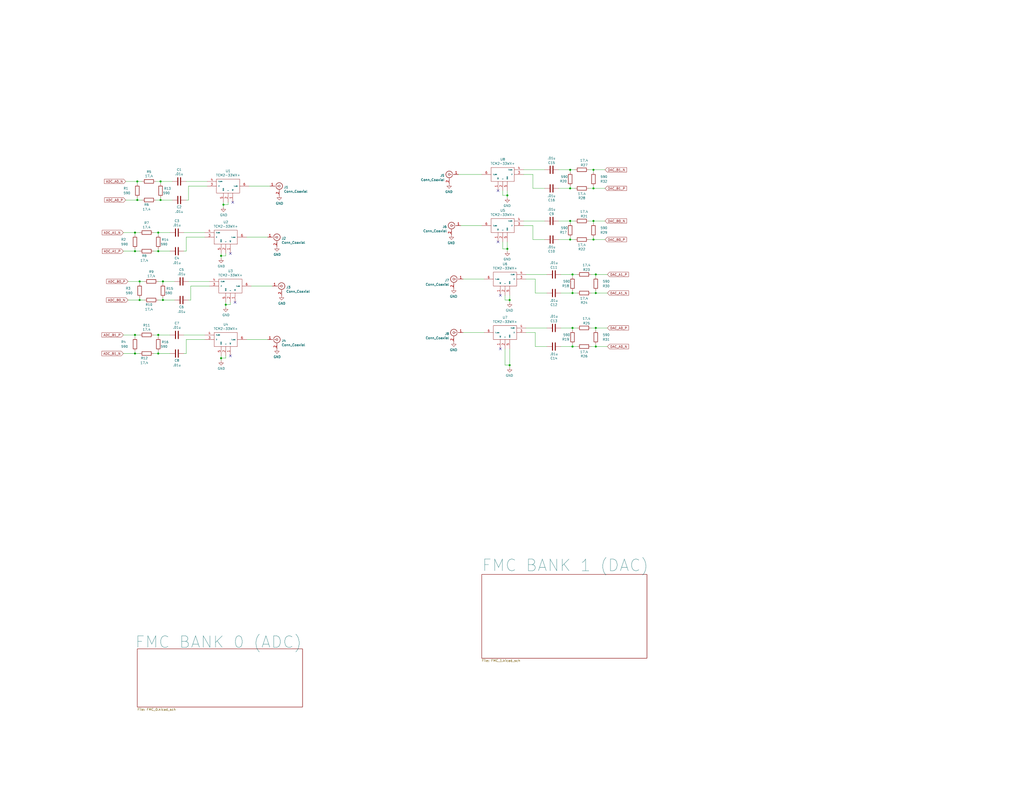
<source format=kicad_sch>
(kicad_sch (version 20211123) (generator eeschema)

  (uuid 9cb12cc8-7f1a-4a01-9256-c119f11a8a02)

  (paper "C")

  (lib_symbols
    (symbol "Connector:Conn_Coaxial" (pin_names (offset 1.016) hide) (in_bom yes) (on_board yes)
      (property "Reference" "J" (id 0) (at 0.254 3.048 0)
        (effects (font (size 1.27 1.27)))
      )
      (property "Value" "Conn_Coaxial" (id 1) (at 2.921 0 90)
        (effects (font (size 1.27 1.27)))
      )
      (property "Footprint" "" (id 2) (at 0 0 0)
        (effects (font (size 1.27 1.27)) hide)
      )
      (property "Datasheet" " ~" (id 3) (at 0 0 0)
        (effects (font (size 1.27 1.27)) hide)
      )
      (property "ki_keywords" "BNC SMA SMB SMC LEMO coaxial connector CINCH RCA" (id 4) (at 0 0 0)
        (effects (font (size 1.27 1.27)) hide)
      )
      (property "ki_description" "coaxial connector (BNC, SMA, SMB, SMC, Cinch/RCA, LEMO, ...)" (id 5) (at 0 0 0)
        (effects (font (size 1.27 1.27)) hide)
      )
      (property "ki_fp_filters" "*BNC* *SMA* *SMB* *SMC* *Cinch* *LEMO*" (id 6) (at 0 0 0)
        (effects (font (size 1.27 1.27)) hide)
      )
      (symbol "Conn_Coaxial_0_1"
        (arc (start -1.778 -0.508) (mid 0.222 -1.808) (end 1.778 0)
          (stroke (width 0.254) (type default) (color 0 0 0 0))
          (fill (type none))
        )
        (polyline
          (pts
            (xy -2.54 0)
            (xy -0.508 0)
          )
          (stroke (width 0) (type default) (color 0 0 0 0))
          (fill (type none))
        )
        (polyline
          (pts
            (xy 0 -2.54)
            (xy 0 -1.778)
          )
          (stroke (width 0) (type default) (color 0 0 0 0))
          (fill (type none))
        )
        (circle (center 0 0) (radius 0.508)
          (stroke (width 0.2032) (type default) (color 0 0 0 0))
          (fill (type none))
        )
        (arc (start 1.778 0) (mid 0.2221 1.8083) (end -1.778 0.508)
          (stroke (width 0.254) (type default) (color 0 0 0 0))
          (fill (type none))
        )
      )
      (symbol "Conn_Coaxial_1_1"
        (pin passive line (at -5.08 0 0) (length 2.54)
          (name "In" (effects (font (size 1.27 1.27))))
          (number "1" (effects (font (size 1.27 1.27))))
        )
        (pin passive line (at 0 -5.08 90) (length 2.54)
          (name "Ext" (effects (font (size 1.27 1.27))))
          (number "2" (effects (font (size 1.27 1.27))))
        )
      )
    )
    (symbol "Device:C" (pin_numbers hide) (pin_names (offset 0.254)) (in_bom yes) (on_board yes)
      (property "Reference" "C" (id 0) (at 0.635 2.54 0)
        (effects (font (size 1.27 1.27)) (justify left))
      )
      (property "Value" "C" (id 1) (at 0.635 -2.54 0)
        (effects (font (size 1.27 1.27)) (justify left))
      )
      (property "Footprint" "" (id 2) (at 0.9652 -3.81 0)
        (effects (font (size 1.27 1.27)) hide)
      )
      (property "Datasheet" "~" (id 3) (at 0 0 0)
        (effects (font (size 1.27 1.27)) hide)
      )
      (property "ki_keywords" "cap capacitor" (id 4) (at 0 0 0)
        (effects (font (size 1.27 1.27)) hide)
      )
      (property "ki_description" "Unpolarized capacitor" (id 5) (at 0 0 0)
        (effects (font (size 1.27 1.27)) hide)
      )
      (property "ki_fp_filters" "C_*" (id 6) (at 0 0 0)
        (effects (font (size 1.27 1.27)) hide)
      )
      (symbol "C_0_1"
        (polyline
          (pts
            (xy -2.032 -0.762)
            (xy 2.032 -0.762)
          )
          (stroke (width 0.508) (type default) (color 0 0 0 0))
          (fill (type none))
        )
        (polyline
          (pts
            (xy -2.032 0.762)
            (xy 2.032 0.762)
          )
          (stroke (width 0.508) (type default) (color 0 0 0 0))
          (fill (type none))
        )
      )
      (symbol "C_1_1"
        (pin passive line (at 0 3.81 270) (length 2.794)
          (name "~" (effects (font (size 1.27 1.27))))
          (number "1" (effects (font (size 1.27 1.27))))
        )
        (pin passive line (at 0 -3.81 90) (length 2.794)
          (name "~" (effects (font (size 1.27 1.27))))
          (number "2" (effects (font (size 1.27 1.27))))
        )
      )
    )
    (symbol "Device:R" (pin_numbers hide) (pin_names (offset 0)) (in_bom yes) (on_board yes)
      (property "Reference" "R" (id 0) (at 2.032 0 90)
        (effects (font (size 1.27 1.27)))
      )
      (property "Value" "R" (id 1) (at 0 0 90)
        (effects (font (size 1.27 1.27)))
      )
      (property "Footprint" "" (id 2) (at -1.778 0 90)
        (effects (font (size 1.27 1.27)) hide)
      )
      (property "Datasheet" "~" (id 3) (at 0 0 0)
        (effects (font (size 1.27 1.27)) hide)
      )
      (property "ki_keywords" "R res resistor" (id 4) (at 0 0 0)
        (effects (font (size 1.27 1.27)) hide)
      )
      (property "ki_description" "Resistor" (id 5) (at 0 0 0)
        (effects (font (size 1.27 1.27)) hide)
      )
      (property "ki_fp_filters" "R_*" (id 6) (at 0 0 0)
        (effects (font (size 1.27 1.27)) hide)
      )
      (symbol "R_0_1"
        (rectangle (start -1.016 -2.54) (end 1.016 2.54)
          (stroke (width 0.254) (type default) (color 0 0 0 0))
          (fill (type none))
        )
      )
      (symbol "R_1_1"
        (pin passive line (at 0 3.81 270) (length 1.27)
          (name "~" (effects (font (size 1.27 1.27))))
          (number "1" (effects (font (size 1.27 1.27))))
        )
        (pin passive line (at 0 -3.81 90) (length 1.27)
          (name "~" (effects (font (size 1.27 1.27))))
          (number "2" (effects (font (size 1.27 1.27))))
        )
      )
    )
    (symbol "local:TCM2-33WX+" (pin_names (offset 1.016)) (in_bom yes) (on_board yes)
      (property "Reference" "U" (id 0) (at 0 10.16 0)
        (effects (font (size 1.27 1.27)))
      )
      (property "Value" "TCM2-33WX+" (id 1) (at 0 12.7 0)
        (effects (font (size 1.27 1.27)))
      )
      (property "Footprint" "" (id 2) (at 0 10.16 0)
        (effects (font (size 1.27 1.27)) hide)
      )
      (property "Datasheet" "" (id 3) (at 0 10.16 0)
        (effects (font (size 1.27 1.27)) hide)
      )
      (symbol "TCM2-33WX+_0_0"
        (pin unspecified line (at 0 -8.89 90) (length 5.08)
          (name "1" (effects (font (size 0.508 0.508))))
          (number "2" (effects (font (size 1.27 1.27))))
        )
        (pin unspecified line (at 11.43 0 180) (length 5.08)
          (name "2" (effects (font (size 0.508 0.508))))
          (number "3" (effects (font (size 1.27 1.27))))
        )
        (pin unspecified line (at 11.43 2.54 180) (length 5.08)
          (name "2_dot" (effects (font (size 0.508 0.508))))
          (number "4" (effects (font (size 1.27 1.27))))
        )
        (pin unspecified line (at 2.54 -8.89 90) (length 5.08)
          (name "GND" (effects (font (size 0.508 0.508))))
          (number "5" (effects (font (size 1.27 1.27))))
        )
        (pin unspecified line (at -11.43 0 0) (length 5.08)
          (name "1_dot" (effects (font (size 0.508 0.508))))
          (number "6" (effects (font (size 1.27 1.27))))
        )
      )
      (symbol "TCM2-33WX+_0_1"
        (rectangle (start -6.35 3.81) (end 6.35 -3.81)
          (stroke (width 0) (type default) (color 0 0 0 0))
          (fill (type none))
        )
      )
      (symbol "TCM2-33WX+_1_1"
        (pin unspecified line (at -2.54 -8.89 90) (length 5.08)
          (name "NC" (effects (font (size 0.508 0.508))))
          (number "1" (effects (font (size 1.27 1.27))))
        )
      )
    )
    (symbol "power:GND" (power) (pin_names (offset 0)) (in_bom yes) (on_board yes)
      (property "Reference" "#PWR" (id 0) (at 0 -6.35 0)
        (effects (font (size 1.27 1.27)) hide)
      )
      (property "Value" "GND" (id 1) (at 0 -3.81 0)
        (effects (font (size 1.27 1.27)))
      )
      (property "Footprint" "" (id 2) (at 0 0 0)
        (effects (font (size 1.27 1.27)) hide)
      )
      (property "Datasheet" "" (id 3) (at 0 0 0)
        (effects (font (size 1.27 1.27)) hide)
      )
      (property "ki_keywords" "power-flag" (id 4) (at 0 0 0)
        (effects (font (size 1.27 1.27)) hide)
      )
      (property "ki_description" "Power symbol creates a global label with name \"GND\" , ground" (id 5) (at 0 0 0)
        (effects (font (size 1.27 1.27)) hide)
      )
      (symbol "GND_0_1"
        (polyline
          (pts
            (xy 0 0)
            (xy 0 -1.27)
            (xy 1.27 -1.27)
            (xy 0 -2.54)
            (xy -1.27 -1.27)
            (xy 0 -1.27)
          )
          (stroke (width 0) (type default) (color 0 0 0 0))
          (fill (type none))
        )
      )
      (symbol "GND_1_1"
        (pin power_in line (at 0 0 270) (length 0) hide
          (name "GND" (effects (font (size 1.27 1.27))))
          (number "1" (effects (font (size 1.27 1.27))))
        )
      )
    )
  )

  (junction (at 86.36 193.04) (diameter 0) (color 0 0 0 0)
    (uuid 008da5b9-6f95-4113-b7d0-d93ac62efd33)
  )
  (junction (at 323.85 102.87) (diameter 0) (color 0 0 0 0)
    (uuid 0ae82096-0994-4fb0-9a2a-d4ac4804abac)
  )
  (junction (at 278.13 199.39) (diameter 0) (color 0 0 0 0)
    (uuid 212bf70c-2324-47d9-8700-59771063baeb)
  )
  (junction (at 86.36 137.16) (diameter 0) (color 0 0 0 0)
    (uuid 221bef83-3ea7-4d3f-adeb-53a8a07c6273)
  )
  (junction (at 312.42 189.23) (diameter 0) (color 0 0 0 0)
    (uuid 241e0c85-4796-48eb-a5a0-1c0f2d6e5910)
  )
  (junction (at 276.86 135.89) (diameter 0) (color 0 0 0 0)
    (uuid 25bc3602-3fb4-4a04-94e3-21ba22562c24)
  )
  (junction (at 74.93 99.06) (diameter 0) (color 0 0 0 0)
    (uuid 262f1ea9-0133-4b43-be36-456207ea857c)
  )
  (junction (at 323.85 130.81) (diameter 0) (color 0 0 0 0)
    (uuid 2c60448a-e30f-46b2-89e1-a44f51688efc)
  )
  (junction (at 120.65 195.58) (diameter 0) (color 0 0 0 0)
    (uuid 35ef9c4a-35f6-467b-a704-b1d9354880cf)
  )
  (junction (at 73.66 193.04) (diameter 0) (color 0 0 0 0)
    (uuid 3e0392c0-affc-4114-9de5-1f1cfe79418a)
  )
  (junction (at 276.86 106.68) (diameter 0) (color 0 0 0 0)
    (uuid 4b03e854-02fe-44cc-bece-f8268b7cae54)
  )
  (junction (at 87.63 99.06) (diameter 0) (color 0 0 0 0)
    (uuid 576c6616-e95d-4f1e-8ead-dea30fcdc8c2)
  )
  (junction (at 123.19 166.37) (diameter 0) (color 0 0 0 0)
    (uuid 5c30b9b4-3014-4f50-9329-27a539b67e01)
  )
  (junction (at 74.93 109.22) (diameter 0) (color 0 0 0 0)
    (uuid 5edcefbe-9766-42c8-9529-28d0ec865573)
  )
  (junction (at 86.36 127) (diameter 0) (color 0 0 0 0)
    (uuid 60ff6322-62e2-4602-9bc0-7a0f0a5ecfbf)
  )
  (junction (at 325.12 160.02) (diameter 0) (color 0 0 0 0)
    (uuid 63489ebf-0f52-43a6-a0ab-158b1a7d4988)
  )
  (junction (at 73.66 182.88) (diameter 0) (color 0 0 0 0)
    (uuid 66218487-e316-4467-9eba-79d4626ab24e)
  )
  (junction (at 121.92 111.76) (diameter 0) (color 0 0 0 0)
    (uuid 6a2b20ae-096c-4d9f-92f8-2087c865914f)
  )
  (junction (at 311.15 120.65) (diameter 0) (color 0 0 0 0)
    (uuid 713e0777-58b2-4487-baca-60d0ebed27c3)
  )
  (junction (at 312.42 160.02) (diameter 0) (color 0 0 0 0)
    (uuid 7c00778a-4692-4f9b-87d5-2d355077ce1e)
  )
  (junction (at 325.12 149.86) (diameter 0) (color 0 0 0 0)
    (uuid 7db990e4-92e1-4f99-b4d2-435bbec1ba83)
  )
  (junction (at 323.85 120.65) (diameter 0) (color 0 0 0 0)
    (uuid 869d6302-ae22-478f-9723-3feacbb12eef)
  )
  (junction (at 325.12 189.23) (diameter 0) (color 0 0 0 0)
    (uuid 87a1984f-543d-4f2e-ad8a-7a3a24ee6047)
  )
  (junction (at 86.36 182.88) (diameter 0) (color 0 0 0 0)
    (uuid 8b290a17-6328-4178-9131-29524d345539)
  )
  (junction (at 73.66 127) (diameter 0) (color 0 0 0 0)
    (uuid 9186fd02-f30d-4e17-aa38-378ab73e3908)
  )
  (junction (at 87.63 109.22) (diameter 0) (color 0 0 0 0)
    (uuid 935f462d-8b1e-4005-9f1e-17f537ab1756)
  )
  (junction (at 312.42 149.86) (diameter 0) (color 0 0 0 0)
    (uuid 97581b9a-3f6b-4e88-8768-6fdb60e6aca6)
  )
  (junction (at 312.42 179.07) (diameter 0) (color 0 0 0 0)
    (uuid 97dcf785-3264-40a1-a36e-8842acab24fb)
  )
  (junction (at 120.65 139.7) (diameter 0) (color 0 0 0 0)
    (uuid 997c2f12-73ba-4c01-9ee0-42e37cbab790)
  )
  (junction (at 311.15 130.81) (diameter 0) (color 0 0 0 0)
    (uuid a0dee8e6-f88a-4f05-aba0-bab3aafdf2bc)
  )
  (junction (at 325.12 179.07) (diameter 0) (color 0 0 0 0)
    (uuid b0054ce1-b60e-41de-a6a2-bf712784dd39)
  )
  (junction (at 73.66 137.16) (diameter 0) (color 0 0 0 0)
    (uuid b09666f9-12f1-4ee9-8877-2292c94258ca)
  )
  (junction (at 311.15 92.71) (diameter 0) (color 0 0 0 0)
    (uuid b873bc5d-a9af-4bd9-afcb-87ce4d417120)
  )
  (junction (at 311.15 102.87) (diameter 0) (color 0 0 0 0)
    (uuid b9bb0e73-161a-4d06-b6eb-a9f66d8a95f5)
  )
  (junction (at 278.13 163.83) (diameter 0) (color 0 0 0 0)
    (uuid e36988d2-ecb2-461b-a443-7006f447e828)
  )
  (junction (at 323.85 92.71) (diameter 0) (color 0 0 0 0)
    (uuid e7bb7815-0d52-4bb8-b29a-8cf960bd2905)
  )
  (junction (at 88.9 163.83) (diameter 0) (color 0 0 0 0)
    (uuid ea6fde00-59dc-4a79-a647-7e38199fae0e)
  )
  (junction (at 88.9 153.67) (diameter 0) (color 0 0 0 0)
    (uuid eab9c52c-3aa0-43a7-bc7f-7e234ff1e9f4)
  )
  (junction (at 76.2 153.67) (diameter 0) (color 0 0 0 0)
    (uuid f959907b-1cef-4760-b043-4260a660a2ae)
  )
  (junction (at 76.2 163.83) (diameter 0) (color 0 0 0 0)
    (uuid faa1812c-fdf3-47ae-9cf4-ae06a263bfbd)
  )

  (no_connect (at 273.05 161.29) (uuid 1dfbf353-5b24-4c0f-8322-8fcd514ae75e))
  (no_connect (at 128.27 165.1) (uuid 4db55cb8-197b-4402-871f-ce582b65664b))
  (no_connect (at 127 110.49) (uuid 65134029-dbd2-409a-85a8-13c2a33ff019))
  (no_connect (at 125.73 138.43) (uuid 86dc7a78-7d51-4111-9eea-8a8f7977eb16))
  (no_connect (at 271.78 104.14) (uuid 88668202-3f0b-4d07-84d4-dcd790f57272))
  (no_connect (at 273.05 190.5) (uuid a25b7e01-1754-4cc9-8a14-3d9c461e5af5))
  (no_connect (at 125.73 194.31) (uuid bdf40d30-88ff-4479-bad1-69529464b61b))
  (no_connect (at 271.78 132.08) (uuid ccc4cc25-ac17-45ef-825c-e079951ffb21))

  (wire (pts (xy 86.36 135.89) (xy 86.36 137.16))
    (stroke (width 0) (type default) (color 0 0 0 0))
    (uuid 009b5465-0a65-4237-93e7-eb65321eeb18)
  )
  (wire (pts (xy 83.82 137.16) (xy 86.36 137.16))
    (stroke (width 0) (type default) (color 0 0 0 0))
    (uuid 00f3ea8b-8a54-4e56-84ff-d98f6c00496c)
  )
  (wire (pts (xy 312.42 160.02) (xy 306.07 160.02))
    (stroke (width 0) (type default) (color 0 0 0 0))
    (uuid 01f82238-6335-48fe-8b0a-6853e227345a)
  )
  (wire (pts (xy 87.63 109.22) (xy 93.98 109.22))
    (stroke (width 0) (type default) (color 0 0 0 0))
    (uuid 0325ec43-0390-4ae2-b055-b1ec6ce17b1c)
  )
  (wire (pts (xy 311.15 92.71) (xy 304.8 92.71))
    (stroke (width 0) (type default) (color 0 0 0 0))
    (uuid 03c7f780-fc1b-487a-b30d-567d6c09fdc8)
  )
  (wire (pts (xy 67.31 193.04) (xy 73.66 193.04))
    (stroke (width 0) (type default) (color 0 0 0 0))
    (uuid 04cf2f2c-74bf-400d-b4f6-201720df00ed)
  )
  (wire (pts (xy 67.31 127) (xy 73.66 127))
    (stroke (width 0) (type default) (color 0 0 0 0))
    (uuid 0520f61d-4522-4301-a3fa-8ed0bf060f69)
  )
  (wire (pts (xy 87.63 107.95) (xy 87.63 109.22))
    (stroke (width 0) (type default) (color 0 0 0 0))
    (uuid 057af6bb-cf6f-4bfb-b0c0-2e92a2c09a47)
  )
  (wire (pts (xy 313.69 120.65) (xy 311.15 120.65))
    (stroke (width 0) (type default) (color 0 0 0 0))
    (uuid 05f2859d-2820-4e84-b395-696011feb13b)
  )
  (wire (pts (xy 137.16 156.21) (xy 148.59 156.21))
    (stroke (width 0) (type default) (color 0 0 0 0))
    (uuid 076046ab-4b56-4060-b8d9-0d80806d0277)
  )
  (wire (pts (xy 312.42 187.96) (xy 312.42 189.23))
    (stroke (width 0) (type default) (color 0 0 0 0))
    (uuid 0cc9bf07-55b9-458f-b8aa-41b2f51fa940)
  )
  (wire (pts (xy 275.59 161.29) (xy 275.59 163.83))
    (stroke (width 0) (type default) (color 0 0 0 0))
    (uuid 0dfdfa9f-1e3f-4e14-b64b-12bde76a80c7)
  )
  (wire (pts (xy 325.12 158.75) (xy 325.12 160.02))
    (stroke (width 0) (type default) (color 0 0 0 0))
    (uuid 0e249018-17e7-42b3-ae5d-5ebf3ae299ae)
  )
  (wire (pts (xy 276.86 107.95) (xy 276.86 106.68))
    (stroke (width 0) (type default) (color 0 0 0 0))
    (uuid 0f324b67-75ef-407f-8dbc-3c1fc5c2abba)
  )
  (wire (pts (xy 73.66 184.15) (xy 73.66 182.88))
    (stroke (width 0) (type default) (color 0 0 0 0))
    (uuid 0fafc6b9-fd35-4a55-9270-7a8e7ce3cb13)
  )
  (wire (pts (xy 86.36 163.83) (xy 88.9 163.83))
    (stroke (width 0) (type default) (color 0 0 0 0))
    (uuid 0fd35a3e-b394-4aae-875a-fac843f9cbb7)
  )
  (wire (pts (xy 323.85 101.6) (xy 323.85 102.87))
    (stroke (width 0) (type default) (color 0 0 0 0))
    (uuid 0fdc6f30-77bc-4e9b-8665-c8aa9acf5bf9)
  )
  (wire (pts (xy 123.19 139.7) (xy 120.65 139.7))
    (stroke (width 0) (type default) (color 0 0 0 0))
    (uuid 1199146e-a60b-416a-b503-e77d6d2892f9)
  )
  (wire (pts (xy 120.65 196.85) (xy 120.65 195.58))
    (stroke (width 0) (type default) (color 0 0 0 0))
    (uuid 12a24e86-2c38-4685-bba9-fff8dddb4cb0)
  )
  (wire (pts (xy 312.42 149.86) (xy 306.07 149.86))
    (stroke (width 0) (type default) (color 0 0 0 0))
    (uuid 13bbfffc-affb-4b43-9eb1-f2ed90a8a919)
  )
  (wire (pts (xy 264.16 181.61) (xy 252.73 181.61))
    (stroke (width 0) (type default) (color 0 0 0 0))
    (uuid 1427bb3f-0689-4b41-a816-cd79a5202fd0)
  )
  (wire (pts (xy 85.09 99.06) (xy 87.63 99.06))
    (stroke (width 0) (type default) (color 0 0 0 0))
    (uuid 173f6f06-e7d0-42ac-ab03-ce6b79b9eeee)
  )
  (wire (pts (xy 314.96 149.86) (xy 312.42 149.86))
    (stroke (width 0) (type default) (color 0 0 0 0))
    (uuid 1ab71a3c-340b-469a-ada5-4f87f0b7b2fa)
  )
  (wire (pts (xy 83.82 193.04) (xy 86.36 193.04))
    (stroke (width 0) (type default) (color 0 0 0 0))
    (uuid 1bdd5841-68b7-42e2-9447-cbdb608d8a08)
  )
  (wire (pts (xy 274.32 106.68) (xy 276.86 106.68))
    (stroke (width 0) (type default) (color 0 0 0 0))
    (uuid 1c68b844-c861-46b7-b734-0242168a4220)
  )
  (wire (pts (xy 125.73 166.37) (xy 123.19 166.37))
    (stroke (width 0) (type default) (color 0 0 0 0))
    (uuid 1f9ae101-c652-4998-a503-17aedf3d5746)
  )
  (wire (pts (xy 290.83 95.25) (xy 285.75 95.25))
    (stroke (width 0) (type default) (color 0 0 0 0))
    (uuid 224768bc-6009-43ba-aa4a-70cbaa15b5a3)
  )
  (wire (pts (xy 101.6 129.54) (xy 111.76 129.54))
    (stroke (width 0) (type default) (color 0 0 0 0))
    (uuid 26801cfb-b53b-4a6a-a2f4-5f4986565765)
  )
  (wire (pts (xy 86.36 182.88) (xy 92.71 182.88))
    (stroke (width 0) (type default) (color 0 0 0 0))
    (uuid 27b2eb82-662b-42d8-90e6-830fec4bb8d2)
  )
  (wire (pts (xy 297.18 130.81) (xy 290.83 130.81))
    (stroke (width 0) (type default) (color 0 0 0 0))
    (uuid 283c990c-ae5a-4e41-a3ad-b40ca29fe90e)
  )
  (wire (pts (xy 67.31 182.88) (xy 73.66 182.88))
    (stroke (width 0) (type default) (color 0 0 0 0))
    (uuid 2878a73c-5447-4cd9-8194-14f52ab9459c)
  )
  (wire (pts (xy 313.69 130.81) (xy 311.15 130.81))
    (stroke (width 0) (type default) (color 0 0 0 0))
    (uuid 2a1de22d-6451-488d-af77-0bf8841bd695)
  )
  (wire (pts (xy 68.58 99.06) (xy 74.93 99.06))
    (stroke (width 0) (type default) (color 0 0 0 0))
    (uuid 2e842263-c0ba-46fd-a760-6624d4c78278)
  )
  (wire (pts (xy 76.2 154.94) (xy 76.2 153.67))
    (stroke (width 0) (type default) (color 0 0 0 0))
    (uuid 30317bf0-88bb-49e7-bf8b-9f3883982225)
  )
  (wire (pts (xy 331.47 189.23) (xy 325.12 189.23))
    (stroke (width 0) (type default) (color 0 0 0 0))
    (uuid 34c0bee6-7425-4435-8857-d1fe8dfb6d89)
  )
  (wire (pts (xy 102.87 101.6) (xy 113.03 101.6))
    (stroke (width 0) (type default) (color 0 0 0 0))
    (uuid 35a9f71f-ba35-47f6-814e-4106ac36c51e)
  )
  (wire (pts (xy 312.42 179.07) (xy 306.07 179.07))
    (stroke (width 0) (type default) (color 0 0 0 0))
    (uuid 363945f6-fbef-42be-99cf-4a8a48434d92)
  )
  (wire (pts (xy 312.42 189.23) (xy 306.07 189.23))
    (stroke (width 0) (type default) (color 0 0 0 0))
    (uuid 386ad9e3-71fa-420f-8722-88548b024fc5)
  )
  (wire (pts (xy 88.9 153.67) (xy 95.25 153.67))
    (stroke (width 0) (type default) (color 0 0 0 0))
    (uuid 3e915099-a18e-49f4-89bb-abe64c2dade5)
  )
  (wire (pts (xy 101.6 193.04) (xy 101.6 185.42))
    (stroke (width 0) (type default) (color 0 0 0 0))
    (uuid 3f8a5430-68a9-4732-9b89-4e00dd8ae219)
  )
  (wire (pts (xy 311.15 102.87) (xy 304.8 102.87))
    (stroke (width 0) (type default) (color 0 0 0 0))
    (uuid 4107d40a-e5df-4255-aacc-13f9928e090c)
  )
  (wire (pts (xy 86.36 153.67) (xy 88.9 153.67))
    (stroke (width 0) (type default) (color 0 0 0 0))
    (uuid 4185c36c-c66e-4dbd-be5d-841e551f4885)
  )
  (wire (pts (xy 100.33 193.04) (xy 101.6 193.04))
    (stroke (width 0) (type default) (color 0 0 0 0))
    (uuid 42ff012d-5eb7-42b9-bb45-415cf26799c6)
  )
  (wire (pts (xy 278.13 199.39) (xy 278.13 190.5))
    (stroke (width 0) (type default) (color 0 0 0 0))
    (uuid 44035e53-ff94-45ad-801f-55a1ce042a0d)
  )
  (wire (pts (xy 68.58 109.22) (xy 74.93 109.22))
    (stroke (width 0) (type default) (color 0 0 0 0))
    (uuid 4632212f-13ce-4392-bc68-ccb9ba333770)
  )
  (wire (pts (xy 73.66 135.89) (xy 73.66 137.16))
    (stroke (width 0) (type default) (color 0 0 0 0))
    (uuid 477892a1-722e-4cda-bb6c-fcdb8ba5f93e)
  )
  (wire (pts (xy 73.66 137.16) (xy 76.2 137.16))
    (stroke (width 0) (type default) (color 0 0 0 0))
    (uuid 479331ff-c540-41f4-84e6-b48d65171e59)
  )
  (wire (pts (xy 290.83 130.81) (xy 290.83 123.19))
    (stroke (width 0) (type default) (color 0 0 0 0))
    (uuid 49575217-40b0-4890-8acf-12982cca52b5)
  )
  (wire (pts (xy 276.86 137.16) (xy 276.86 135.89))
    (stroke (width 0) (type default) (color 0 0 0 0))
    (uuid 4a54c707-7b6f-4a3d-a74d-5e3526114aba)
  )
  (wire (pts (xy 274.32 135.89) (xy 276.86 135.89))
    (stroke (width 0) (type default) (color 0 0 0 0))
    (uuid 4aa97874-2fd2-414c-b381-9420384c2fd8)
  )
  (wire (pts (xy 323.85 121.92) (xy 323.85 120.65))
    (stroke (width 0) (type default) (color 0 0 0 0))
    (uuid 4b1fce17-dec7-457e-ba3b-a77604e77dc9)
  )
  (wire (pts (xy 86.36 128.27) (xy 86.36 127))
    (stroke (width 0) (type default) (color 0 0 0 0))
    (uuid 4ba06b66-7669-4c70-b585-f5d4c9c33527)
  )
  (wire (pts (xy 290.83 123.19) (xy 285.75 123.19))
    (stroke (width 0) (type default) (color 0 0 0 0))
    (uuid 4cafb73d-1ad8-4d24-acf7-63d78095ae46)
  )
  (wire (pts (xy 73.66 127) (xy 76.2 127))
    (stroke (width 0) (type default) (color 0 0 0 0))
    (uuid 4d586a18-26c5-441e-a9ff-8125ee516126)
  )
  (wire (pts (xy 121.92 111.76) (xy 121.92 110.49))
    (stroke (width 0) (type default) (color 0 0 0 0))
    (uuid 4e315e69-0417-463a-8b7f-469a08d1496e)
  )
  (wire (pts (xy 275.59 163.83) (xy 278.13 163.83))
    (stroke (width 0) (type default) (color 0 0 0 0))
    (uuid 52a8f1be-73ca-41a8-bc24-2320706b0ec1)
  )
  (wire (pts (xy 100.33 182.88) (xy 111.76 182.88))
    (stroke (width 0) (type default) (color 0 0 0 0))
    (uuid 57276367-9ce4-4738-88d7-6e8cb94c966c)
  )
  (wire (pts (xy 311.15 120.65) (xy 304.8 120.65))
    (stroke (width 0) (type default) (color 0 0 0 0))
    (uuid 576f00e6-a1be-45d3-9b93-e26d9e0fe306)
  )
  (wire (pts (xy 123.19 194.31) (xy 123.19 195.58))
    (stroke (width 0) (type default) (color 0 0 0 0))
    (uuid 593b8647-0095-46cc-ba23-3cf2a86edb5e)
  )
  (wire (pts (xy 121.92 113.03) (xy 121.92 111.76))
    (stroke (width 0) (type default) (color 0 0 0 0))
    (uuid 59ec3156-036e-4049-89db-91a9dd07095f)
  )
  (wire (pts (xy 102.87 109.22) (xy 102.87 101.6))
    (stroke (width 0) (type default) (color 0 0 0 0))
    (uuid 5b34a16c-5a14-4291-8242-ea6d6ac54372)
  )
  (wire (pts (xy 86.36 193.04) (xy 92.71 193.04))
    (stroke (width 0) (type default) (color 0 0 0 0))
    (uuid 5d3d7893-1d11-4f1d-9052-85cf0e07d281)
  )
  (wire (pts (xy 325.12 189.23) (xy 322.58 189.23))
    (stroke (width 0) (type default) (color 0 0 0 0))
    (uuid 5d49e9a6-41dd-4072-adde-ef1036c1979b)
  )
  (wire (pts (xy 275.59 190.5) (xy 275.59 199.39))
    (stroke (width 0) (type default) (color 0 0 0 0))
    (uuid 637f12be-fa48-4ce4-96b2-04c21a8795c8)
  )
  (wire (pts (xy 73.66 193.04) (xy 76.2 193.04))
    (stroke (width 0) (type default) (color 0 0 0 0))
    (uuid 6513181c-0a6a-4560-9a18-17450c36ae2a)
  )
  (wire (pts (xy 292.1 189.23) (xy 292.1 181.61))
    (stroke (width 0) (type default) (color 0 0 0 0))
    (uuid 6a2bcc72-047b-4846-8583-1109e3552669)
  )
  (wire (pts (xy 314.96 189.23) (xy 312.42 189.23))
    (stroke (width 0) (type default) (color 0 0 0 0))
    (uuid 6cb535a7-247d-4f99-997d-c21b160eadfa)
  )
  (wire (pts (xy 292.1 152.4) (xy 287.02 152.4))
    (stroke (width 0) (type default) (color 0 0 0 0))
    (uuid 6d0c9e39-9878-44c8-8283-9a59e45006fa)
  )
  (wire (pts (xy 330.2 102.87) (xy 323.85 102.87))
    (stroke (width 0) (type default) (color 0 0 0 0))
    (uuid 700e8b73-5976-423f-a3f3-ab3d9f3e9760)
  )
  (wire (pts (xy 312.42 158.75) (xy 312.42 160.02))
    (stroke (width 0) (type default) (color 0 0 0 0))
    (uuid 71f8d568-0f23-4ff2-8e60-1600ce517a48)
  )
  (wire (pts (xy 74.93 107.95) (xy 74.93 109.22))
    (stroke (width 0) (type default) (color 0 0 0 0))
    (uuid 721d1be9-236e-470b-ba69-f1cc6c43faf9)
  )
  (wire (pts (xy 134.62 185.42) (xy 146.05 185.42))
    (stroke (width 0) (type default) (color 0 0 0 0))
    (uuid 72508b1f-1505-46cb-9d37-2081c5a12aca)
  )
  (wire (pts (xy 297.18 102.87) (xy 290.83 102.87))
    (stroke (width 0) (type default) (color 0 0 0 0))
    (uuid 752417ee-7d0b-4ac8-a22c-26669881a2ab)
  )
  (wire (pts (xy 292.1 181.61) (xy 287.02 181.61))
    (stroke (width 0) (type default) (color 0 0 0 0))
    (uuid 775e8983-a723-43c5-bf00-61681f0840f3)
  )
  (wire (pts (xy 276.86 135.89) (xy 276.86 132.08))
    (stroke (width 0) (type default) (color 0 0 0 0))
    (uuid 7760a75a-d74b-4185-b34e-cbc7b2c339b6)
  )
  (wire (pts (xy 86.36 184.15) (xy 86.36 182.88))
    (stroke (width 0) (type default) (color 0 0 0 0))
    (uuid 79476267-290e-445f-995b-0afd0e11a4b5)
  )
  (wire (pts (xy 125.73 165.1) (xy 125.73 166.37))
    (stroke (width 0) (type default) (color 0 0 0 0))
    (uuid 79770cd5-32d7-429a-8248-0d9e6212231a)
  )
  (wire (pts (xy 330.2 92.71) (xy 323.85 92.71))
    (stroke (width 0) (type default) (color 0 0 0 0))
    (uuid 79e31048-072a-4a40-a625-26bb0b5f046b)
  )
  (wire (pts (xy 124.46 110.49) (xy 124.46 111.76))
    (stroke (width 0) (type default) (color 0 0 0 0))
    (uuid 7a4ce4b3-518a-4819-b8b2-5127b3347c64)
  )
  (wire (pts (xy 87.63 100.33) (xy 87.63 99.06))
    (stroke (width 0) (type default) (color 0 0 0 0))
    (uuid 7b044939-8c4d-444f-b9e0-a15fcdeb5a86)
  )
  (wire (pts (xy 287.02 149.86) (xy 298.45 149.86))
    (stroke (width 0) (type default) (color 0 0 0 0))
    (uuid 7c2008c8-0626-4a09-a873-065e83502a0e)
  )
  (wire (pts (xy 292.1 160.02) (xy 292.1 152.4))
    (stroke (width 0) (type default) (color 0 0 0 0))
    (uuid 7c411b3e-aca2-424f-b644-2d21c9d80fa7)
  )
  (wire (pts (xy 314.96 179.07) (xy 312.42 179.07))
    (stroke (width 0) (type default) (color 0 0 0 0))
    (uuid 7c5f3091-7791-43b3-8d50-43f6a72274c9)
  )
  (wire (pts (xy 101.6 99.06) (xy 113.03 99.06))
    (stroke (width 0) (type default) (color 0 0 0 0))
    (uuid 7f2301df-e4bc-479e-a681-cc59c9a2dbbb)
  )
  (wire (pts (xy 325.12 179.07) (xy 322.58 179.07))
    (stroke (width 0) (type default) (color 0 0 0 0))
    (uuid 7f9683c1-2203-43df-8fa1-719a0dc360df)
  )
  (wire (pts (xy 323.85 93.98) (xy 323.85 92.71))
    (stroke (width 0) (type default) (color 0 0 0 0))
    (uuid 8195a7cf-4576-44dd-9e0e-ee048fdb93dd)
  )
  (wire (pts (xy 76.2 163.83) (xy 78.74 163.83))
    (stroke (width 0) (type default) (color 0 0 0 0))
    (uuid 88cb65f4-7e9e-44eb-8692-3b6e2e788a94)
  )
  (wire (pts (xy 87.63 99.06) (xy 93.98 99.06))
    (stroke (width 0) (type default) (color 0 0 0 0))
    (uuid 89e83c2e-e90a-4a50-b278-880bac0cfb49)
  )
  (wire (pts (xy 312.42 180.34) (xy 312.42 179.07))
    (stroke (width 0) (type default) (color 0 0 0 0))
    (uuid 8ac400bf-c9b3-4af4-b0a7-9aa9ab4ad17e)
  )
  (wire (pts (xy 325.12 187.96) (xy 325.12 189.23))
    (stroke (width 0) (type default) (color 0 0 0 0))
    (uuid 8cb2cd3a-4ef9-4ae5-b6bc-2b1d16f657d6)
  )
  (wire (pts (xy 325.12 149.86) (xy 322.58 149.86))
    (stroke (width 0) (type default) (color 0 0 0 0))
    (uuid 8efee08b-b92e-4ba6-8722-c058e18114fe)
  )
  (wire (pts (xy 123.19 138.43) (xy 123.19 139.7))
    (stroke (width 0) (type default) (color 0 0 0 0))
    (uuid 8fc062a7-114d-48eb-a8f8-71128838f380)
  )
  (wire (pts (xy 323.85 129.54) (xy 323.85 130.81))
    (stroke (width 0) (type default) (color 0 0 0 0))
    (uuid 901440f4-e2a6-4447-83cc-f58a2b26f5c4)
  )
  (wire (pts (xy 83.82 182.88) (xy 86.36 182.88))
    (stroke (width 0) (type default) (color 0 0 0 0))
    (uuid 955cc99e-a129-42cf-abc7-aa99813fdb5f)
  )
  (wire (pts (xy 101.6 185.42) (xy 111.76 185.42))
    (stroke (width 0) (type default) (color 0 0 0 0))
    (uuid 96de0051-7945-413a-9219-1ab367546962)
  )
  (wire (pts (xy 134.62 129.54) (xy 146.05 129.54))
    (stroke (width 0) (type default) (color 0 0 0 0))
    (uuid 9a0b74a5-4879-4b51-8e8e-6d85a0107422)
  )
  (wire (pts (xy 123.19 166.37) (xy 123.19 165.1))
    (stroke (width 0) (type default) (color 0 0 0 0))
    (uuid 9a2d648d-863a-4b7b-80f9-d537185c212b)
  )
  (wire (pts (xy 262.89 123.19) (xy 251.46 123.19))
    (stroke (width 0) (type default) (color 0 0 0 0))
    (uuid 9e813ec2-d4ce-4e2e-b379-c6fedb4c45db)
  )
  (wire (pts (xy 290.83 102.87) (xy 290.83 95.25))
    (stroke (width 0) (type default) (color 0 0 0 0))
    (uuid 9f80220c-1612-4589-b9ca-a5579617bdb8)
  )
  (wire (pts (xy 314.96 160.02) (xy 312.42 160.02))
    (stroke (width 0) (type default) (color 0 0 0 0))
    (uuid a5c8e189-1ddc-4a66-984b-e0fd1529d346)
  )
  (wire (pts (xy 74.93 100.33) (xy 74.93 99.06))
    (stroke (width 0) (type default) (color 0 0 0 0))
    (uuid a5e521b9-814e-4853-a5ac-f158785c6269)
  )
  (wire (pts (xy 330.2 130.81) (xy 323.85 130.81))
    (stroke (width 0) (type default) (color 0 0 0 0))
    (uuid a8219a78-6b33-4efa-a789-6a67ce8f7a50)
  )
  (wire (pts (xy 69.85 163.83) (xy 76.2 163.83))
    (stroke (width 0) (type default) (color 0 0 0 0))
    (uuid a8b4bc7e-da32-4fb8-b71a-d7b47c6f741f)
  )
  (wire (pts (xy 311.15 121.92) (xy 311.15 120.65))
    (stroke (width 0) (type default) (color 0 0 0 0))
    (uuid a8fb8ee0-623f-4870-a716-ecc88f37ef9a)
  )
  (wire (pts (xy 73.66 128.27) (xy 73.66 127))
    (stroke (width 0) (type default) (color 0 0 0 0))
    (uuid aa130053-a451-4f12-97f7-3d4d891a5f83)
  )
  (wire (pts (xy 101.6 137.16) (xy 101.6 129.54))
    (stroke (width 0) (type default) (color 0 0 0 0))
    (uuid aa79024d-ca7e-4c24-b127-7df08bbd0c75)
  )
  (wire (pts (xy 104.14 156.21) (xy 114.3 156.21))
    (stroke (width 0) (type default) (color 0 0 0 0))
    (uuid ae77c3c8-1144-468e-ad5b-a0b4090735bd)
  )
  (wire (pts (xy 86.36 191.77) (xy 86.36 193.04))
    (stroke (width 0) (type default) (color 0 0 0 0))
    (uuid aeb03be9-98f0-43f6-9432-1bb35aa04bab)
  )
  (wire (pts (xy 120.65 139.7) (xy 120.65 138.43))
    (stroke (width 0) (type default) (color 0 0 0 0))
    (uuid afd38b10-2eca-4abe-aed1-a96fb07ffdbe)
  )
  (wire (pts (xy 264.16 152.4) (xy 252.73 152.4))
    (stroke (width 0) (type default) (color 0 0 0 0))
    (uuid b13e8448-bf35-4ec0-9c70-3f2250718cc2)
  )
  (wire (pts (xy 313.69 102.87) (xy 311.15 102.87))
    (stroke (width 0) (type default) (color 0 0 0 0))
    (uuid b4300db7-1220-431a-b7c3-2edbdf8fa6fc)
  )
  (wire (pts (xy 276.86 106.68) (xy 276.86 104.14))
    (stroke (width 0) (type default) (color 0 0 0 0))
    (uuid b5071759-a4d7-4769-be02-251f23cd4454)
  )
  (wire (pts (xy 86.36 137.16) (xy 92.71 137.16))
    (stroke (width 0) (type default) (color 0 0 0 0))
    (uuid b52d6ff3-fef1-496e-8dd5-ebb89b6bce6a)
  )
  (wire (pts (xy 262.89 95.25) (xy 250.19 95.25))
    (stroke (width 0) (type default) (color 0 0 0 0))
    (uuid b7867831-ef82-4f33-a926-59e5c1c09b91)
  )
  (wire (pts (xy 120.65 195.58) (xy 120.65 194.31))
    (stroke (width 0) (type default) (color 0 0 0 0))
    (uuid b8b961e9-8a60-45fc-999a-a7a3baff4e0d)
  )
  (wire (pts (xy 67.31 137.16) (xy 73.66 137.16))
    (stroke (width 0) (type default) (color 0 0 0 0))
    (uuid bc0dbc57-3ae8-4ce5-a05c-2d6003bba475)
  )
  (wire (pts (xy 275.59 199.39) (xy 278.13 199.39))
    (stroke (width 0) (type default) (color 0 0 0 0))
    (uuid be2983fa-f06e-485e-bea1-3dd96b916ec5)
  )
  (wire (pts (xy 311.15 101.6) (xy 311.15 102.87))
    (stroke (width 0) (type default) (color 0 0 0 0))
    (uuid c04386e0-b49e-4fff-b380-675af13a62cb)
  )
  (wire (pts (xy 88.9 162.56) (xy 88.9 163.83))
    (stroke (width 0) (type default) (color 0 0 0 0))
    (uuid c088f712-1abe-4cac-9a8b-d564931395aa)
  )
  (wire (pts (xy 285.75 120.65) (xy 297.18 120.65))
    (stroke (width 0) (type default) (color 0 0 0 0))
    (uuid c1bac86f-cbf6-4c5b-b60d-c26fa73d9c09)
  )
  (wire (pts (xy 74.93 99.06) (xy 77.47 99.06))
    (stroke (width 0) (type default) (color 0 0 0 0))
    (uuid c1c799a0-3c93-493a-9ad7-8a0561bc69ee)
  )
  (wire (pts (xy 104.14 163.83) (xy 104.14 156.21))
    (stroke (width 0) (type default) (color 0 0 0 0))
    (uuid c3c499b1-9227-4e4b-9982-f9f1aa6203b9)
  )
  (wire (pts (xy 101.6 109.22) (xy 102.87 109.22))
    (stroke (width 0) (type default) (color 0 0 0 0))
    (uuid c701ee8e-1214-4781-a973-17bef7b6e3eb)
  )
  (wire (pts (xy 331.47 149.86) (xy 325.12 149.86))
    (stroke (width 0) (type default) (color 0 0 0 0))
    (uuid c71f56c1-5b7c-4373-9716-fffac482104c)
  )
  (wire (pts (xy 313.69 92.71) (xy 311.15 92.71))
    (stroke (width 0) (type default) (color 0 0 0 0))
    (uuid c76d4423-ef1b-4a6f-8176-33d65f2877bb)
  )
  (wire (pts (xy 100.33 137.16) (xy 101.6 137.16))
    (stroke (width 0) (type default) (color 0 0 0 0))
    (uuid c7af8405-da2e-4a34-b9b8-518f342f8995)
  )
  (wire (pts (xy 298.45 189.23) (xy 292.1 189.23))
    (stroke (width 0) (type default) (color 0 0 0 0))
    (uuid c873689a-d206-42f5-aead-9199b4d63f51)
  )
  (wire (pts (xy 325.12 180.34) (xy 325.12 179.07))
    (stroke (width 0) (type default) (color 0 0 0 0))
    (uuid c8ab8246-b2bb-4b06-b45e-2548482466fd)
  )
  (wire (pts (xy 83.82 127) (xy 86.36 127))
    (stroke (width 0) (type default) (color 0 0 0 0))
    (uuid c8b92953-cd23-44e6-85ce-083fb8c3f20f)
  )
  (wire (pts (xy 285.75 92.71) (xy 297.18 92.71))
    (stroke (width 0) (type default) (color 0 0 0 0))
    (uuid cada57e2-1fa7-4b9d-a2a0-2218773d5c50)
  )
  (wire (pts (xy 85.09 109.22) (xy 87.63 109.22))
    (stroke (width 0) (type default) (color 0 0 0 0))
    (uuid cb16d05e-318b-4e51-867b-70d791d75bea)
  )
  (wire (pts (xy 76.2 153.67) (xy 78.74 153.67))
    (stroke (width 0) (type default) (color 0 0 0 0))
    (uuid cb721686-5255-4788-a3b0-ce4312e32eb7)
  )
  (wire (pts (xy 120.65 140.97) (xy 120.65 139.7))
    (stroke (width 0) (type default) (color 0 0 0 0))
    (uuid cc15f583-a41b-43af-ba94-a75455506a96)
  )
  (wire (pts (xy 69.85 153.67) (xy 76.2 153.67))
    (stroke (width 0) (type default) (color 0 0 0 0))
    (uuid cc48dd41-7768-48d3-b096-2c4cc2126c9d)
  )
  (wire (pts (xy 325.12 151.13) (xy 325.12 149.86))
    (stroke (width 0) (type default) (color 0 0 0 0))
    (uuid cd5e758d-cb66-484a-ae8b-21f53ceee49e)
  )
  (wire (pts (xy 287.02 179.07) (xy 298.45 179.07))
    (stroke (width 0) (type default) (color 0 0 0 0))
    (uuid cee2f43a-7d22-4585-a857-73949bd17a9d)
  )
  (wire (pts (xy 73.66 191.77) (xy 73.66 193.04))
    (stroke (width 0) (type default) (color 0 0 0 0))
    (uuid cf815d51-c956-4c5a-adde-c373cb025b07)
  )
  (wire (pts (xy 278.13 163.83) (xy 278.13 161.29))
    (stroke (width 0) (type default) (color 0 0 0 0))
    (uuid d102186a-5b58-41d0-9985-3dbb3593f397)
  )
  (wire (pts (xy 323.85 92.71) (xy 321.31 92.71))
    (stroke (width 0) (type default) (color 0 0 0 0))
    (uuid d2d7bea6-0c22-495f-8666-323b30e03150)
  )
  (wire (pts (xy 124.46 111.76) (xy 121.92 111.76))
    (stroke (width 0) (type default) (color 0 0 0 0))
    (uuid d39d813e-3e64-490c-ba5c-a64bb5ad6bd0)
  )
  (wire (pts (xy 88.9 154.94) (xy 88.9 153.67))
    (stroke (width 0) (type default) (color 0 0 0 0))
    (uuid d3d57924-54a6-421d-a3a0-a044fc909e88)
  )
  (wire (pts (xy 76.2 162.56) (xy 76.2 163.83))
    (stroke (width 0) (type default) (color 0 0 0 0))
    (uuid d4db7f11-8cfe-40d2-b021-b36f05241701)
  )
  (wire (pts (xy 323.85 130.81) (xy 321.31 130.81))
    (stroke (width 0) (type default) (color 0 0 0 0))
    (uuid d66d3c12-11ce-4566-9a45-962e329503d8)
  )
  (wire (pts (xy 311.15 130.81) (xy 304.8 130.81))
    (stroke (width 0) (type default) (color 0 0 0 0))
    (uuid d7e5a060-eb57-4238-9312-26bc885fc97d)
  )
  (wire (pts (xy 312.42 151.13) (xy 312.42 149.86))
    (stroke (width 0) (type default) (color 0 0 0 0))
    (uuid dbe92a0d-89cb-4d3f-9497-c2c1d93a3018)
  )
  (wire (pts (xy 278.13 200.66) (xy 278.13 199.39))
    (stroke (width 0) (type default) (color 0 0 0 0))
    (uuid dc1d84c8-33da-4489-be8e-2a1de3001779)
  )
  (wire (pts (xy 274.32 104.14) (xy 274.32 106.68))
    (stroke (width 0) (type default) (color 0 0 0 0))
    (uuid dc2801a1-d539-4721-b31f-fe196b9f13df)
  )
  (wire (pts (xy 73.66 182.88) (xy 76.2 182.88))
    (stroke (width 0) (type default) (color 0 0 0 0))
    (uuid dca1d7db-c913-4d73-a2cc-fdc9651eda69)
  )
  (wire (pts (xy 323.85 102.87) (xy 321.31 102.87))
    (stroke (width 0) (type default) (color 0 0 0 0))
    (uuid e0f06b5c-de63-4833-a591-ca9e19217a35)
  )
  (wire (pts (xy 323.85 120.65) (xy 321.31 120.65))
    (stroke (width 0) (type default) (color 0 0 0 0))
    (uuid e1b88aa4-d887-4eea-83ff-5c009f4390c4)
  )
  (wire (pts (xy 278.13 165.1) (xy 278.13 163.83))
    (stroke (width 0) (type default) (color 0 0 0 0))
    (uuid e300709f-6c72-488d-a598-efcbd6d3af54)
  )
  (wire (pts (xy 100.33 127) (xy 111.76 127))
    (stroke (width 0) (type default) (color 0 0 0 0))
    (uuid e32ee344-1030-4498-9cac-bfbf7540faf4)
  )
  (wire (pts (xy 123.19 167.64) (xy 123.19 166.37))
    (stroke (width 0) (type default) (color 0 0 0 0))
    (uuid e5b328f6-dc69-4905-ae98-2dc3200a51d6)
  )
  (wire (pts (xy 135.89 101.6) (xy 147.32 101.6))
    (stroke (width 0) (type default) (color 0 0 0 0))
    (uuid e65b62be-e01b-4688-a999-1d1be370c4ae)
  )
  (wire (pts (xy 325.12 160.02) (xy 322.58 160.02))
    (stroke (width 0) (type default) (color 0 0 0 0))
    (uuid e6d68f56-4a40-4849-b8d1-13d5ca292900)
  )
  (wire (pts (xy 86.36 127) (xy 92.71 127))
    (stroke (width 0) (type default) (color 0 0 0 0))
    (uuid e7369115-d491-4ef3-be3d-f5298992c3e8)
  )
  (wire (pts (xy 102.87 153.67) (xy 114.3 153.67))
    (stroke (width 0) (type default) (color 0 0 0 0))
    (uuid e97b5984-9f0f-43a4-9b8a-838eef4cceb2)
  )
  (wire (pts (xy 74.93 109.22) (xy 77.47 109.22))
    (stroke (width 0) (type default) (color 0 0 0 0))
    (uuid ec5c2062-3a41-4636-8803-069e60a1641a)
  )
  (wire (pts (xy 311.15 129.54) (xy 311.15 130.81))
    (stroke (width 0) (type default) (color 0 0 0 0))
    (uuid f19c9655-8ddb-411a-96dd-bd986870c3c6)
  )
  (wire (pts (xy 330.2 120.65) (xy 323.85 120.65))
    (stroke (width 0) (type default) (color 0 0 0 0))
    (uuid f3044f68-903d-4063-b253-30d8e3a83eae)
  )
  (wire (pts (xy 123.19 195.58) (xy 120.65 195.58))
    (stroke (width 0) (type default) (color 0 0 0 0))
    (uuid f357ddb5-3f44-43b0-b00d-d64f5c62ba4a)
  )
  (wire (pts (xy 298.45 160.02) (xy 292.1 160.02))
    (stroke (width 0) (type default) (color 0 0 0 0))
    (uuid f4a8afbe-ed68-4253-959f-6be4d2cbf8c5)
  )
  (wire (pts (xy 331.47 179.07) (xy 325.12 179.07))
    (stroke (width 0) (type default) (color 0 0 0 0))
    (uuid f5c43e09-08d6-4a29-a53a-3b9ea7fb34cd)
  )
  (wire (pts (xy 88.9 163.83) (xy 95.25 163.83))
    (stroke (width 0) (type default) (color 0 0 0 0))
    (uuid f73b5500-6337-4860-a114-6e307f65ec9f)
  )
  (wire (pts (xy 311.15 93.98) (xy 311.15 92.71))
    (stroke (width 0) (type default) (color 0 0 0 0))
    (uuid f7667b23-296e-4362-a7e3-949632c8954b)
  )
  (wire (pts (xy 102.87 163.83) (xy 104.14 163.83))
    (stroke (width 0) (type default) (color 0 0 0 0))
    (uuid fb30f9bb-6a0b-4d8a-82b0-266eab794bc6)
  )
  (wire (pts (xy 331.47 160.02) (xy 325.12 160.02))
    (stroke (width 0) (type default) (color 0 0 0 0))
    (uuid fc4ad874-c922-4070-89f9-7262080469d8)
  )
  (wire (pts (xy 274.32 132.08) (xy 274.32 135.89))
    (stroke (width 0) (type default) (color 0 0 0 0))
    (uuid fe14c012-3d58-4e5e-9a37-4b9765a7f764)
  )

  (global_label "ADC_B1_N" (shape input) (at 67.31 193.04 180) (fields_autoplaced)
    (effects (font (size 1.27 1.27)) (justify right))
    (uuid 0351df45-d042-41d4-ba35-88092c7be2fc)
    (property "Intersheet References" "${INTERSHEET_REFS}" (id 0) (at 0 0 0)
      (effects (font (size 1.27 1.27)) hide)
    )
  )
  (global_label "ADC_A1_N" (shape input) (at 67.31 127 180) (fields_autoplaced)
    (effects (font (size 1.27 1.27)) (justify right))
    (uuid 0e1ed1c5-7428-4dc7-b76e-49b2d5f8177d)
    (property "Intersheet References" "${INTERSHEET_REFS}" (id 0) (at 0 0 0)
      (effects (font (size 1.27 1.27)) hide)
    )
  )
  (global_label "DAC_B0_N" (shape input) (at 330.2 120.65 0) (fields_autoplaced)
    (effects (font (size 1.27 1.27)) (justify left))
    (uuid 20cca02e-4c4d-4961-b6b4-b40a1731b220)
    (property "Intersheet References" "${INTERSHEET_REFS}" (id 0) (at 0 0 0)
      (effects (font (size 1.27 1.27)) hide)
    )
  )
  (global_label "DAC_B1_P" (shape input) (at 330.2 102.87 0) (fields_autoplaced)
    (effects (font (size 1.27 1.27)) (justify left))
    (uuid 22999e73-da32-43a5-9163-4b3a41614f25)
    (property "Intersheet References" "${INTERSHEET_REFS}" (id 0) (at 0 0 0)
      (effects (font (size 1.27 1.27)) hide)
    )
  )
  (global_label "DAC_A1_P" (shape input) (at 331.47 149.86 0) (fields_autoplaced)
    (effects (font (size 1.27 1.27)) (justify left))
    (uuid 240c10af-51b5-420e-a6f4-a2c8f5db1db5)
    (property "Intersheet References" "${INTERSHEET_REFS}" (id 0) (at 0 0 0)
      (effects (font (size 1.27 1.27)) hide)
    )
  )
  (global_label "ADC_B0_N" (shape input) (at 69.85 163.83 180) (fields_autoplaced)
    (effects (font (size 1.27 1.27)) (justify right))
    (uuid 2d67a417-188f-4014-9282-000265d80009)
    (property "Intersheet References" "${INTERSHEET_REFS}" (id 0) (at 0 0 0)
      (effects (font (size 1.27 1.27)) hide)
    )
  )
  (global_label "ADC_B1_P" (shape input) (at 67.31 182.88 180) (fields_autoplaced)
    (effects (font (size 1.27 1.27)) (justify right))
    (uuid 37e8181c-a81e-498b-b2e2-0aef0c391059)
    (property "Intersheet References" "${INTERSHEET_REFS}" (id 0) (at 0 0 0)
      (effects (font (size 1.27 1.27)) hide)
    )
  )
  (global_label "ADC_B0_P" (shape input) (at 69.85 153.67 180) (fields_autoplaced)
    (effects (font (size 1.27 1.27)) (justify right))
    (uuid 477311b9-8f81-40c8-9c55-fd87e287247a)
    (property "Intersheet References" "${INTERSHEET_REFS}" (id 0) (at 0 0 0)
      (effects (font (size 1.27 1.27)) hide)
    )
  )
  (global_label "DAC_A1_N" (shape input) (at 331.47 160.02 0) (fields_autoplaced)
    (effects (font (size 1.27 1.27)) (justify left))
    (uuid 592f25e6-a01b-47fd-8172-3da01117d00a)
    (property "Intersheet References" "${INTERSHEET_REFS}" (id 0) (at 0 0 0)
      (effects (font (size 1.27 1.27)) hide)
    )
  )
  (global_label "DAC_A0_N" (shape input) (at 331.47 189.23 0) (fields_autoplaced)
    (effects (font (size 1.27 1.27)) (justify left))
    (uuid 658dad07-97fd-466c-8b49-21892ac96ea4)
    (property "Intersheet References" "${INTERSHEET_REFS}" (id 0) (at 0 0 0)
      (effects (font (size 1.27 1.27)) hide)
    )
  )
  (global_label "DAC_A0_P" (shape input) (at 331.47 179.07 0) (fields_autoplaced)
    (effects (font (size 1.27 1.27)) (justify left))
    (uuid 81a15393-727e-448b-a777-b18773023d89)
    (property "Intersheet References" "${INTERSHEET_REFS}" (id 0) (at 0 0 0)
      (effects (font (size 1.27 1.27)) hide)
    )
  )
  (global_label "ADC_A0_N" (shape input) (at 68.58 99.06 180) (fields_autoplaced)
    (effects (font (size 1.27 1.27)) (justify right))
    (uuid 8d9a3ecc-539f-41da-8099-d37cea9c28e7)
    (property "Intersheet References" "${INTERSHEET_REFS}" (id 0) (at 0 0 0)
      (effects (font (size 1.27 1.27)) hide)
    )
  )
  (global_label "DAC_B0_P" (shape input) (at 330.2 130.81 0) (fields_autoplaced)
    (effects (font (size 1.27 1.27)) (justify left))
    (uuid a29f8df0-3fae-4edf-8d9c-bd5a875b13e3)
    (property "Intersheet References" "${INTERSHEET_REFS}" (id 0) (at 0 0 0)
      (effects (font (size 1.27 1.27)) hide)
    )
  )
  (global_label "ADC_A1_P" (shape input) (at 67.31 137.16 180) (fields_autoplaced)
    (effects (font (size 1.27 1.27)) (justify right))
    (uuid aa2ea573-3f20-43c1-aa99-1f9c6031a9aa)
    (property "Intersheet References" "${INTERSHEET_REFS}" (id 0) (at 0 0 0)
      (effects (font (size 1.27 1.27)) hide)
    )
  )
  (global_label "ADC_A0_P" (shape input) (at 68.58 109.22 180) (fields_autoplaced)
    (effects (font (size 1.27 1.27)) (justify right))
    (uuid b447dbb1-d38e-4a15-93cb-12c25382ea53)
    (property "Intersheet References" "${INTERSHEET_REFS}" (id 0) (at 0 0 0)
      (effects (font (size 1.27 1.27)) hide)
    )
  )
  (global_label "DAC_B1_N" (shape input) (at 330.2 92.71 0) (fields_autoplaced)
    (effects (font (size 1.27 1.27)) (justify left))
    (uuid c09938fd-06b9-4771-9f63-2311626243b3)
    (property "Intersheet References" "${INTERSHEET_REFS}" (id 0) (at 0 0 0)
      (effects (font (size 1.27 1.27)) hide)
    )
  )

  (symbol (lib_id "Device:C") (at 300.99 102.87 90) (unit 1)
    (in_bom yes) (on_board yes)
    (uuid 00000000-0000-0000-0000-000060479e37)
    (property "Reference" "C16" (id 0) (at 300.99 109.2708 90))
    (property "Value" ".01u" (id 1) (at 300.99 106.9594 90))
    (property "Footprint" "Capacitor_SMD:C_0402_1005Metric" (id 2) (at 304.8 101.9048 0)
      (effects (font (size 1.27 1.27)) hide)
    )
    (property "Datasheet" "~" (id 3) (at 300.99 102.87 0)
      (effects (font (size 1.27 1.27)) hide)
    )
    (pin "1" (uuid e72e8268-04dd-42a0-abca-41e4e8afe870))
    (pin "2" (uuid f4d142c6-cc91-4ecd-b2ca-a75a4b9f99df))
  )

  (symbol (lib_id "local:TCM2-33WX+") (at 274.32 95.25 0) (unit 1)
    (in_bom yes) (on_board yes)
    (uuid 00000000-0000-0000-0000-000060479e3d)
    (property "Reference" "U8" (id 0) (at 274.32 86.995 0))
    (property "Value" "TCM2-33WX+" (id 1) (at 274.32 89.3064 0))
    (property "Footprint" "MINICIRCUITS:XFMR_TCM2-33WX+" (id 2) (at 274.32 85.09 0)
      (effects (font (size 1.27 1.27)) hide)
    )
    (property "Datasheet" "https://www.minicircuits.com/WebStore/dashboard.html?model=TCM2-33WX%2B" (id 3) (at 274.32 85.09 0)
      (effects (font (size 1.27 1.27)) hide)
    )
    (pin "2" (uuid 82287f6b-0ca6-4089-b453-d8160d1dcf88))
    (pin "3" (uuid 71c8be64-72dc-4fdb-89ed-c87b8f3c7fb2))
    (pin "4" (uuid c87bef0d-b75b-4ffc-aae4-906994215eba))
    (pin "5" (uuid 6bf02fa6-6c26-444c-aff4-35e8f6bdc7a9))
    (pin "6" (uuid 8e12bb8e-6fde-4766-b9dc-8b7422ee431d))
    (pin "1" (uuid 78f8810e-b1a2-4f9b-909d-d39ef1ae881e))
  )

  (symbol (lib_id "Device:C") (at 300.99 92.71 90) (unit 1)
    (in_bom yes) (on_board yes)
    (uuid 00000000-0000-0000-0000-000060479e45)
    (property "Reference" "C15" (id 0) (at 300.99 88.9 90))
    (property "Value" ".01u" (id 1) (at 300.99 86.36 90))
    (property "Footprint" "Capacitor_SMD:C_0402_1005Metric" (id 2) (at 304.8 91.7448 0)
      (effects (font (size 1.27 1.27)) hide)
    )
    (property "Datasheet" "~" (id 3) (at 300.99 92.71 0)
      (effects (font (size 1.27 1.27)) hide)
    )
    (pin "1" (uuid 32e85fb1-9ee3-4b59-b67e-1e1c72815a9d))
    (pin "2" (uuid f3286871-9152-404e-b204-5be331747f23))
  )

  (symbol (lib_id "Connector:Conn_Coaxial") (at 245.11 95.25 0) (mirror y) (unit 1)
    (in_bom yes) (on_board yes)
    (uuid 00000000-0000-0000-0000-000060479e4e)
    (property "Reference" "J5" (id 0) (at 242.57 95.885 0)
      (effects (font (size 1.27 1.27)) (justify left))
    )
    (property "Value" "Conn_Coaxial" (id 1) (at 242.57 98.1964 0)
      (effects (font (size 1.27 1.27)) (justify left))
    )
    (property "Footprint" "Connector_Coaxial:SMA_Amphenol_132289_EdgeMount" (id 2) (at 245.11 95.25 0)
      (effects (font (size 1.27 1.27)) hide)
    )
    (property "Datasheet" " ~" (id 3) (at 245.11 95.25 0)
      (effects (font (size 1.27 1.27)) hide)
    )
    (pin "1" (uuid d3acf262-f3a4-4e8d-9571-f436d3062c80))
    (pin "2" (uuid b9ad51c5-87a2-458e-85be-d7fffc81f34d))
  )

  (symbol (lib_id "power:GND") (at 276.86 107.95 0) (mirror y) (unit 1)
    (in_bom yes) (on_board yes)
    (uuid 00000000-0000-0000-0000-000060479e55)
    (property "Reference" "#PWR016" (id 0) (at 276.86 114.3 0)
      (effects (font (size 1.27 1.27)) hide)
    )
    (property "Value" "GND" (id 1) (at 276.733 112.3442 0))
    (property "Footprint" "" (id 2) (at 276.86 107.95 0)
      (effects (font (size 1.27 1.27)) hide)
    )
    (property "Datasheet" "" (id 3) (at 276.86 107.95 0)
      (effects (font (size 1.27 1.27)) hide)
    )
    (pin "1" (uuid 8adc7604-ea30-4812-a496-5959b9afc201))
  )

  (symbol (lib_id "power:GND") (at 245.11 100.33 0) (mirror y) (unit 1)
    (in_bom yes) (on_board yes)
    (uuid 00000000-0000-0000-0000-000060479e5c)
    (property "Reference" "#PWR09" (id 0) (at 245.11 106.68 0)
      (effects (font (size 1.27 1.27)) hide)
    )
    (property "Value" "GND" (id 1) (at 244.983 104.7242 0))
    (property "Footprint" "" (id 2) (at 245.11 100.33 0)
      (effects (font (size 1.27 1.27)) hide)
    )
    (property "Datasheet" "" (id 3) (at 245.11 100.33 0)
      (effects (font (size 1.27 1.27)) hide)
    )
    (pin "1" (uuid b0cf8bed-c947-4ec3-9562-7284b9c7a59f))
  )

  (symbol (lib_id "Device:R") (at 311.15 97.79 180) (unit 1)
    (in_bom yes) (on_board yes)
    (uuid 00000000-0000-0000-0000-000060479e62)
    (property "Reference" "R20" (id 0) (at 309.372 98.9584 0)
      (effects (font (size 1.27 1.27)) (justify left))
    )
    (property "Value" "590" (id 1) (at 309.88 96.52 0)
      (effects (font (size 1.27 1.27)) (justify left))
    )
    (property "Footprint" "Resistor_SMD:R_0402_1005Metric" (id 2) (at 312.928 97.79 90)
      (effects (font (size 1.27 1.27)) hide)
    )
    (property "Datasheet" "~" (id 3) (at 311.15 97.79 0)
      (effects (font (size 1.27 1.27)) hide)
    )
    (pin "1" (uuid e41a55b9-e085-4aad-8ecc-1550ec8d802e))
    (pin "2" (uuid 16aa63f4-0b0c-42d5-bf8e-05de99d31078))
  )

  (symbol (lib_id "Device:R") (at 317.5 102.87 90) (unit 1)
    (in_bom yes) (on_board yes)
    (uuid 00000000-0000-0000-0000-000060479e68)
    (property "Reference" "R28" (id 0) (at 317.5 108.1278 90))
    (property "Value" "17.4" (id 1) (at 317.5 105.8164 90))
    (property "Footprint" "Resistor_SMD:R_0402_1005Metric" (id 2) (at 317.5 104.648 90)
      (effects (font (size 1.27 1.27)) hide)
    )
    (property "Datasheet" "~" (id 3) (at 317.5 102.87 0)
      (effects (font (size 1.27 1.27)) hide)
    )
    (pin "1" (uuid 51d9eeab-8506-4618-8ac5-9410e42c422c))
    (pin "2" (uuid 1550b480-98cf-403f-9ed3-6713b946dd08))
  )

  (symbol (lib_id "Device:R") (at 317.5 92.71 90) (unit 1)
    (in_bom yes) (on_board yes)
    (uuid 00000000-0000-0000-0000-000060479e6e)
    (property "Reference" "R27" (id 0) (at 318.77 90.17 90))
    (property "Value" "17.4" (id 1) (at 318.77 87.63 90))
    (property "Footprint" "Resistor_SMD:R_0402_1005Metric" (id 2) (at 317.5 94.488 90)
      (effects (font (size 1.27 1.27)) hide)
    )
    (property "Datasheet" "~" (id 3) (at 317.5 92.71 0)
      (effects (font (size 1.27 1.27)) hide)
    )
    (pin "1" (uuid aefc1721-698c-4de0-b600-890f3150e28a))
    (pin "2" (uuid 95c6cb60-8450-42e8-8cd4-e874f3a1d721))
  )

  (symbol (lib_id "Device:R") (at 323.85 97.79 180) (unit 1)
    (in_bom yes) (on_board yes)
    (uuid 00000000-0000-0000-0000-000060479e74)
    (property "Reference" "R32" (id 0) (at 331.47 99.06 0)
      (effects (font (size 1.27 1.27)) (justify left))
    )
    (property "Value" "590" (id 1) (at 331.47 96.52 0)
      (effects (font (size 1.27 1.27)) (justify left))
    )
    (property "Footprint" "Resistor_SMD:R_0402_1005Metric" (id 2) (at 325.628 97.79 90)
      (effects (font (size 1.27 1.27)) hide)
    )
    (property "Datasheet" "~" (id 3) (at 323.85 97.79 0)
      (effects (font (size 1.27 1.27)) hide)
    )
    (pin "1" (uuid 6327757e-b415-4197-9328-e1d63dd8d28c))
    (pin "2" (uuid 977fe00f-8ffc-492a-8986-fd4434bd1fc3))
  )

  (symbol (lib_id "Device:C") (at 96.52 127 270) (unit 1)
    (in_bom yes) (on_board yes)
    (uuid 00000000-0000-0000-0000-0000604bc4ac)
    (property "Reference" "C3" (id 0) (at 96.52 120.5992 90))
    (property "Value" ".01u" (id 1) (at 96.52 122.9106 90))
    (property "Footprint" "Capacitor_SMD:C_0402_1005Metric" (id 2) (at 92.71 127.9652 0)
      (effects (font (size 1.27 1.27)) hide)
    )
    (property "Datasheet" "~" (id 3) (at 96.52 127 0)
      (effects (font (size 1.27 1.27)) hide)
    )
    (pin "1" (uuid d695349d-7186-4bbf-83f2-3abe63392780))
    (pin "2" (uuid 3694c1a8-2380-44c0-bb60-65f6bb64da88))
  )

  (symbol (lib_id "local:TCM2-33WX+") (at 123.19 129.54 0) (mirror y) (unit 1)
    (in_bom yes) (on_board yes)
    (uuid 00000000-0000-0000-0000-0000604bc4b2)
    (property "Reference" "U2" (id 0) (at 123.19 121.285 0))
    (property "Value" "TCM2-33WX+" (id 1) (at 123.19 123.5964 0))
    (property "Footprint" "MINICIRCUITS:XFMR_TCM2-33WX+" (id 2) (at 123.19 119.38 0)
      (effects (font (size 1.27 1.27)) hide)
    )
    (property "Datasheet" "https://www.minicircuits.com/WebStore/dashboard.html?model=TCM2-33WX%2B" (id 3) (at 123.19 119.38 0)
      (effects (font (size 1.27 1.27)) hide)
    )
    (pin "2" (uuid 89125140-b3a6-414e-afa2-766835c02c1b))
    (pin "3" (uuid 99e05edc-00da-4204-8447-718dac4eab78))
    (pin "4" (uuid 22024dcf-b6a6-4817-9200-e62e25141efd))
    (pin "5" (uuid 15a132ac-a19f-4ade-9333-403271ac3a71))
    (pin "6" (uuid 0fb9856e-cf9c-4fcf-bdc1-ae7c9acfeb61))
    (pin "1" (uuid 220b14b3-2a19-49f7-95e6-7386906401ed))
  )

  (symbol (lib_id "Device:C") (at 96.52 137.16 270) (unit 1)
    (in_bom yes) (on_board yes)
    (uuid 00000000-0000-0000-0000-0000604bc4ba)
    (property "Reference" "C4" (id 0) (at 96.52 140.97 90))
    (property "Value" ".01u" (id 1) (at 96.52 143.51 90))
    (property "Footprint" "Capacitor_SMD:C_0402_1005Metric" (id 2) (at 92.71 138.1252 0)
      (effects (font (size 1.27 1.27)) hide)
    )
    (property "Datasheet" "~" (id 3) (at 96.52 137.16 0)
      (effects (font (size 1.27 1.27)) hide)
    )
    (pin "1" (uuid 549455c3-ab6e-454e-94b0-5ca9e521ae0b))
    (pin "2" (uuid 207c68d8-2bd6-401c-bbd5-e50fcc95bf20))
  )

  (symbol (lib_id "Connector:Conn_Coaxial") (at 151.13 129.54 0) (unit 1)
    (in_bom yes) (on_board yes)
    (uuid 00000000-0000-0000-0000-0000604bc4c3)
    (property "Reference" "J2" (id 0) (at 153.67 130.175 0)
      (effects (font (size 1.27 1.27)) (justify left))
    )
    (property "Value" "Conn_Coaxial" (id 1) (at 153.67 132.4864 0)
      (effects (font (size 1.27 1.27)) (justify left))
    )
    (property "Footprint" "Connector_Coaxial:SMA_Amphenol_132289_EdgeMount" (id 2) (at 151.13 129.54 0)
      (effects (font (size 1.27 1.27)) hide)
    )
    (property "Datasheet" " ~" (id 3) (at 151.13 129.54 0)
      (effects (font (size 1.27 1.27)) hide)
    )
    (pin "1" (uuid a4a64aca-ac00-4dd1-9280-1a7cf317ce60))
    (pin "2" (uuid ac71f9aa-af9e-43a4-9e2b-a0a862fda3dc))
  )

  (symbol (lib_id "power:GND") (at 120.65 140.97 0) (unit 1)
    (in_bom yes) (on_board yes)
    (uuid 00000000-0000-0000-0000-0000604bc4ca)
    (property "Reference" "#PWR02" (id 0) (at 120.65 147.32 0)
      (effects (font (size 1.27 1.27)) hide)
    )
    (property "Value" "GND" (id 1) (at 120.777 145.3642 0))
    (property "Footprint" "" (id 2) (at 120.65 140.97 0)
      (effects (font (size 1.27 1.27)) hide)
    )
    (property "Datasheet" "" (id 3) (at 120.65 140.97 0)
      (effects (font (size 1.27 1.27)) hide)
    )
    (pin "1" (uuid 432dece2-782c-4de6-a847-0f9b3c88d8d6))
  )

  (symbol (lib_id "power:GND") (at 151.13 134.62 0) (unit 1)
    (in_bom yes) (on_board yes)
    (uuid 00000000-0000-0000-0000-0000604bc4d1)
    (property "Reference" "#PWR06" (id 0) (at 151.13 140.97 0)
      (effects (font (size 1.27 1.27)) hide)
    )
    (property "Value" "GND" (id 1) (at 151.257 139.0142 0))
    (property "Footprint" "" (id 2) (at 151.13 134.62 0)
      (effects (font (size 1.27 1.27)) hide)
    )
    (property "Datasheet" "" (id 3) (at 151.13 134.62 0)
      (effects (font (size 1.27 1.27)) hide)
    )
    (pin "1" (uuid 85f6d397-68cf-40b1-943d-687beff1a41a))
  )

  (symbol (lib_id "Device:R") (at 86.36 132.08 0) (unit 1)
    (in_bom yes) (on_board yes)
    (uuid 00000000-0000-0000-0000-0000604bc4d7)
    (property "Reference" "R14" (id 0) (at 88.138 130.9116 0)
      (effects (font (size 1.27 1.27)) (justify left))
    )
    (property "Value" "590" (id 1) (at 87.63 133.35 0)
      (effects (font (size 1.27 1.27)) (justify left))
    )
    (property "Footprint" "Resistor_SMD:R_0402_1005Metric" (id 2) (at 84.582 132.08 90)
      (effects (font (size 1.27 1.27)) hide)
    )
    (property "Datasheet" "~" (id 3) (at 86.36 132.08 0)
      (effects (font (size 1.27 1.27)) hide)
    )
    (pin "1" (uuid ae923668-2cb7-47ea-99c5-b6a079045296))
    (pin "2" (uuid 8bf37a13-e175-4246-a4f0-4ab526c58c2e))
  )

  (symbol (lib_id "Device:R") (at 80.01 127 270) (unit 1)
    (in_bom yes) (on_board yes)
    (uuid 00000000-0000-0000-0000-0000604bc4dd)
    (property "Reference" "R7" (id 0) (at 80.01 121.7422 90))
    (property "Value" "17.4" (id 1) (at 80.01 124.0536 90))
    (property "Footprint" "Resistor_SMD:R_0402_1005Metric" (id 2) (at 80.01 125.222 90)
      (effects (font (size 1.27 1.27)) hide)
    )
    (property "Datasheet" "~" (id 3) (at 80.01 127 0)
      (effects (font (size 1.27 1.27)) hide)
    )
    (pin "1" (uuid 9c917ee8-79d7-48ac-bc50-06e14fe92704))
    (pin "2" (uuid 774c4b1d-79c0-44d6-bba4-f8afd35d4a73))
  )

  (symbol (lib_id "Device:R") (at 80.01 137.16 270) (unit 1)
    (in_bom yes) (on_board yes)
    (uuid 00000000-0000-0000-0000-0000604bc4e3)
    (property "Reference" "R8" (id 0) (at 78.74 139.7 90))
    (property "Value" "17.4" (id 1) (at 78.74 142.24 90))
    (property "Footprint" "Resistor_SMD:R_0402_1005Metric" (id 2) (at 80.01 135.382 90)
      (effects (font (size 1.27 1.27)) hide)
    )
    (property "Datasheet" "~" (id 3) (at 80.01 137.16 0)
      (effects (font (size 1.27 1.27)) hide)
    )
    (pin "1" (uuid 22b553ec-39b6-4275-9347-df53a7c0db1d))
    (pin "2" (uuid 4b9cce0d-afc3-48b9-a22f-0ea23c5574b8))
  )

  (symbol (lib_id "Device:R") (at 73.66 132.08 0) (unit 1)
    (in_bom yes) (on_board yes)
    (uuid 00000000-0000-0000-0000-0000604bc4e9)
    (property "Reference" "R2" (id 0) (at 66.04 130.81 0)
      (effects (font (size 1.27 1.27)) (justify left))
    )
    (property "Value" "590" (id 1) (at 66.04 133.35 0)
      (effects (font (size 1.27 1.27)) (justify left))
    )
    (property "Footprint" "Resistor_SMD:R_0402_1005Metric" (id 2) (at 71.882 132.08 90)
      (effects (font (size 1.27 1.27)) hide)
    )
    (property "Datasheet" "~" (id 3) (at 73.66 132.08 0)
      (effects (font (size 1.27 1.27)) hide)
    )
    (pin "1" (uuid 5166ee21-16cc-47d4-a438-2c0e2aa8959c))
    (pin "2" (uuid 83aeead6-c04f-4f61-9dc1-08cad4116066))
  )

  (symbol (lib_id "Device:C") (at 99.06 153.67 270) (unit 1)
    (in_bom yes) (on_board yes)
    (uuid 00000000-0000-0000-0000-0000604c2a1c)
    (property "Reference" "C5" (id 0) (at 99.06 147.2692 90))
    (property "Value" ".01u" (id 1) (at 99.06 149.5806 90))
    (property "Footprint" "Capacitor_SMD:C_0402_1005Metric" (id 2) (at 95.25 154.6352 0)
      (effects (font (size 1.27 1.27)) hide)
    )
    (property "Datasheet" "~" (id 3) (at 99.06 153.67 0)
      (effects (font (size 1.27 1.27)) hide)
    )
    (pin "1" (uuid 920b1566-9775-4a0f-87ef-e76c57484711))
    (pin "2" (uuid e0b7f899-9704-4714-ac7e-6f176d9f76bb))
  )

  (symbol (lib_id "local:TCM2-33WX+") (at 125.73 156.21 0) (mirror y) (unit 1)
    (in_bom yes) (on_board yes)
    (uuid 00000000-0000-0000-0000-0000604c2a22)
    (property "Reference" "U3" (id 0) (at 125.73 147.955 0))
    (property "Value" "TCM2-33WX+" (id 1) (at 125.73 150.2664 0))
    (property "Footprint" "MINICIRCUITS:XFMR_TCM2-33WX+" (id 2) (at 125.73 146.05 0)
      (effects (font (size 1.27 1.27)) hide)
    )
    (property "Datasheet" "https://www.minicircuits.com/WebStore/dashboard.html?model=TCM2-33WX%2B" (id 3) (at 125.73 146.05 0)
      (effects (font (size 1.27 1.27)) hide)
    )
    (pin "2" (uuid f3989136-4639-4a1c-8a5d-5c7a6e374b7e))
    (pin "3" (uuid 972d54cb-da94-4fff-a230-6eccbf5fc3a1))
    (pin "4" (uuid f9f0f738-d09a-411c-a923-2aeb6becdbb2))
    (pin "5" (uuid 44aaa743-f8f9-4353-9d1a-e206e60c89b3))
    (pin "6" (uuid 1f625586-c5cd-4738-91ac-8e105f762e0d))
    (pin "1" (uuid 62bffc6d-3deb-4642-a04c-1a863e55fb66))
  )

  (symbol (lib_id "Device:C") (at 99.06 163.83 270) (unit 1)
    (in_bom yes) (on_board yes)
    (uuid 00000000-0000-0000-0000-0000604c2a2a)
    (property "Reference" "C6" (id 0) (at 99.06 167.64 90))
    (property "Value" ".01u" (id 1) (at 99.06 170.18 90))
    (property "Footprint" "Capacitor_SMD:C_0402_1005Metric" (id 2) (at 95.25 164.7952 0)
      (effects (font (size 1.27 1.27)) hide)
    )
    (property "Datasheet" "~" (id 3) (at 99.06 163.83 0)
      (effects (font (size 1.27 1.27)) hide)
    )
    (pin "1" (uuid d0d95969-747e-4072-a88a-0c7dc66319e5))
    (pin "2" (uuid 60792bcb-0ded-4cd3-b241-3d9381808056))
  )

  (symbol (lib_id "Connector:Conn_Coaxial") (at 153.67 156.21 0) (unit 1)
    (in_bom yes) (on_board yes)
    (uuid 00000000-0000-0000-0000-0000604c2a33)
    (property "Reference" "J3" (id 0) (at 156.21 156.845 0)
      (effects (font (size 1.27 1.27)) (justify left))
    )
    (property "Value" "Conn_Coaxial" (id 1) (at 156.21 159.1564 0)
      (effects (font (size 1.27 1.27)) (justify left))
    )
    (property "Footprint" "Connector_Coaxial:SMA_Amphenol_132289_EdgeMount" (id 2) (at 153.67 156.21 0)
      (effects (font (size 1.27 1.27)) hide)
    )
    (property "Datasheet" " ~" (id 3) (at 153.67 156.21 0)
      (effects (font (size 1.27 1.27)) hide)
    )
    (pin "1" (uuid 1bf58e82-dc89-4a0d-a335-54b9b8dccff2))
    (pin "2" (uuid edb26f2a-0829-4711-8db3-4d325773ab0c))
  )

  (symbol (lib_id "power:GND") (at 123.19 167.64 0) (unit 1)
    (in_bom yes) (on_board yes)
    (uuid 00000000-0000-0000-0000-0000604c2a3a)
    (property "Reference" "#PWR03" (id 0) (at 123.19 173.99 0)
      (effects (font (size 1.27 1.27)) hide)
    )
    (property "Value" "GND" (id 1) (at 123.317 172.0342 0))
    (property "Footprint" "" (id 2) (at 123.19 167.64 0)
      (effects (font (size 1.27 1.27)) hide)
    )
    (property "Datasheet" "" (id 3) (at 123.19 167.64 0)
      (effects (font (size 1.27 1.27)) hide)
    )
    (pin "1" (uuid 550c820d-e7db-4041-b6f7-f5c9700443db))
  )

  (symbol (lib_id "power:GND") (at 153.67 161.29 0) (unit 1)
    (in_bom yes) (on_board yes)
    (uuid 00000000-0000-0000-0000-0000604c2a41)
    (property "Reference" "#PWR07" (id 0) (at 153.67 167.64 0)
      (effects (font (size 1.27 1.27)) hide)
    )
    (property "Value" "GND" (id 1) (at 153.797 165.6842 0))
    (property "Footprint" "" (id 2) (at 153.67 161.29 0)
      (effects (font (size 1.27 1.27)) hide)
    )
    (property "Datasheet" "" (id 3) (at 153.67 161.29 0)
      (effects (font (size 1.27 1.27)) hide)
    )
    (pin "1" (uuid f741d2a6-3cfd-425c-b5b1-c8b6c7563112))
  )

  (symbol (lib_id "Device:R") (at 88.9 158.75 0) (unit 1)
    (in_bom yes) (on_board yes)
    (uuid 00000000-0000-0000-0000-0000604c2a47)
    (property "Reference" "R15" (id 0) (at 90.678 157.5816 0)
      (effects (font (size 1.27 1.27)) (justify left))
    )
    (property "Value" "590" (id 1) (at 90.17 160.02 0)
      (effects (font (size 1.27 1.27)) (justify left))
    )
    (property "Footprint" "Resistor_SMD:R_0402_1005Metric" (id 2) (at 87.122 158.75 90)
      (effects (font (size 1.27 1.27)) hide)
    )
    (property "Datasheet" "~" (id 3) (at 88.9 158.75 0)
      (effects (font (size 1.27 1.27)) hide)
    )
    (pin "1" (uuid 1e0832ec-61bb-4753-a703-f800e50c87e9))
    (pin "2" (uuid abb284d1-6005-460a-b044-acdfa77fc3f5))
  )

  (symbol (lib_id "Device:R") (at 82.55 153.67 270) (unit 1)
    (in_bom yes) (on_board yes)
    (uuid 00000000-0000-0000-0000-0000604c2a4d)
    (property "Reference" "R9" (id 0) (at 82.55 148.4122 90))
    (property "Value" "17.4" (id 1) (at 82.55 150.7236 90))
    (property "Footprint" "Resistor_SMD:R_0402_1005Metric" (id 2) (at 82.55 151.892 90)
      (effects (font (size 1.27 1.27)) hide)
    )
    (property "Datasheet" "~" (id 3) (at 82.55 153.67 0)
      (effects (font (size 1.27 1.27)) hide)
    )
    (pin "1" (uuid c47a7547-e6f0-4cd8-b807-5ca888e9c3ce))
    (pin "2" (uuid 302baa85-ea14-4bc3-9ee0-750ac99c372c))
  )

  (symbol (lib_id "Device:R") (at 82.55 163.83 270) (unit 1)
    (in_bom yes) (on_board yes)
    (uuid 00000000-0000-0000-0000-0000604c2a53)
    (property "Reference" "R10" (id 0) (at 81.28 166.37 90))
    (property "Value" "17.4" (id 1) (at 81.28 168.91 90))
    (property "Footprint" "Resistor_SMD:R_0402_1005Metric" (id 2) (at 82.55 162.052 90)
      (effects (font (size 1.27 1.27)) hide)
    )
    (property "Datasheet" "~" (id 3) (at 82.55 163.83 0)
      (effects (font (size 1.27 1.27)) hide)
    )
    (pin "1" (uuid 40c9d126-34a3-4c5f-80af-3321809da666))
    (pin "2" (uuid d4a804e9-4c9c-47e8-815f-79ebf6ee4473))
  )

  (symbol (lib_id "Device:R") (at 76.2 158.75 0) (unit 1)
    (in_bom yes) (on_board yes)
    (uuid 00000000-0000-0000-0000-0000604c2a59)
    (property "Reference" "R3" (id 0) (at 68.58 157.48 0)
      (effects (font (size 1.27 1.27)) (justify left))
    )
    (property "Value" "590" (id 1) (at 68.58 160.02 0)
      (effects (font (size 1.27 1.27)) (justify left))
    )
    (property "Footprint" "Resistor_SMD:R_0402_1005Metric" (id 2) (at 74.422 158.75 90)
      (effects (font (size 1.27 1.27)) hide)
    )
    (property "Datasheet" "~" (id 3) (at 76.2 158.75 0)
      (effects (font (size 1.27 1.27)) hide)
    )
    (pin "1" (uuid 0757ecdd-1a4f-4f75-825e-ff54cc68895a))
    (pin "2" (uuid 77db9235-89b0-4b41-9039-5e76b93e13e4))
  )

  (symbol (lib_id "Device:C") (at 96.52 182.88 270) (unit 1)
    (in_bom yes) (on_board yes)
    (uuid 00000000-0000-0000-0000-0000604c8c10)
    (property "Reference" "C7" (id 0) (at 96.52 176.4792 90))
    (property "Value" ".01u" (id 1) (at 96.52 178.7906 90))
    (property "Footprint" "Capacitor_SMD:C_0402_1005Metric" (id 2) (at 92.71 183.8452 0)
      (effects (font (size 1.27 1.27)) hide)
    )
    (property "Datasheet" "~" (id 3) (at 96.52 182.88 0)
      (effects (font (size 1.27 1.27)) hide)
    )
    (pin "1" (uuid 34942fd9-051f-46be-b158-c05523e66f1e))
    (pin "2" (uuid c5c924a2-bc0e-4c14-adc4-fe078f64fb1f))
  )

  (symbol (lib_id "local:TCM2-33WX+") (at 123.19 185.42 0) (mirror y) (unit 1)
    (in_bom yes) (on_board yes)
    (uuid 00000000-0000-0000-0000-0000604c8c16)
    (property "Reference" "U4" (id 0) (at 123.19 177.165 0))
    (property "Value" "TCM2-33WX+" (id 1) (at 123.19 179.4764 0))
    (property "Footprint" "MINICIRCUITS:XFMR_TCM2-33WX+" (id 2) (at 123.19 175.26 0)
      (effects (font (size 1.27 1.27)) hide)
    )
    (property "Datasheet" "https://www.minicircuits.com/WebStore/dashboard.html?model=TCM2-33WX%2B" (id 3) (at 123.19 175.26 0)
      (effects (font (size 1.27 1.27)) hide)
    )
    (pin "2" (uuid 89dc1d95-9bc3-4c6e-8ed5-b1ddd80d0a5f))
    (pin "3" (uuid 2ff1eef4-c959-45e1-8edc-bfa0a58f8f61))
    (pin "4" (uuid 0f9d7c27-bba7-4456-9c56-2e54a0e1cfc7))
    (pin "5" (uuid f6476aad-a9c9-480d-bee2-e9e81c828d98))
    (pin "6" (uuid 923a80bf-d2d9-401a-af43-22072c8805be))
    (pin "1" (uuid 00cf2eeb-9c76-49b4-8b2d-c726383fcb99))
  )

  (symbol (lib_id "Device:C") (at 96.52 193.04 270) (unit 1)
    (in_bom yes) (on_board yes)
    (uuid 00000000-0000-0000-0000-0000604c8c1e)
    (property "Reference" "C8" (id 0) (at 96.52 196.85 90))
    (property "Value" ".01u" (id 1) (at 96.52 199.39 90))
    (property "Footprint" "Capacitor_SMD:C_0402_1005Metric" (id 2) (at 92.71 194.0052 0)
      (effects (font (size 1.27 1.27)) hide)
    )
    (property "Datasheet" "~" (id 3) (at 96.52 193.04 0)
      (effects (font (size 1.27 1.27)) hide)
    )
    (pin "1" (uuid b36f4ff6-46a0-4150-af1c-46dc28f62df6))
    (pin "2" (uuid 686ca76e-8dda-4b1b-8ab3-b67af2ba4d17))
  )

  (symbol (lib_id "Connector:Conn_Coaxial") (at 151.13 185.42 0) (unit 1)
    (in_bom yes) (on_board yes)
    (uuid 00000000-0000-0000-0000-0000604c8c27)
    (property "Reference" "J4" (id 0) (at 153.67 186.055 0)
      (effects (font (size 1.27 1.27)) (justify left))
    )
    (property "Value" "Conn_Coaxial" (id 1) (at 153.67 188.3664 0)
      (effects (font (size 1.27 1.27)) (justify left))
    )
    (property "Footprint" "Connector_Coaxial:SMA_Amphenol_132289_EdgeMount" (id 2) (at 151.13 185.42 0)
      (effects (font (size 1.27 1.27)) hide)
    )
    (property "Datasheet" " ~" (id 3) (at 151.13 185.42 0)
      (effects (font (size 1.27 1.27)) hide)
    )
    (pin "1" (uuid f3745679-48d6-4623-9dff-2ccb10cd9dbe))
    (pin "2" (uuid 44276706-5572-4ca8-88fc-56e6f30954a6))
  )

  (symbol (lib_id "power:GND") (at 120.65 196.85 0) (unit 1)
    (in_bom yes) (on_board yes)
    (uuid 00000000-0000-0000-0000-0000604c8c2e)
    (property "Reference" "#PWR04" (id 0) (at 120.65 203.2 0)
      (effects (font (size 1.27 1.27)) hide)
    )
    (property "Value" "GND" (id 1) (at 120.777 201.2442 0))
    (property "Footprint" "" (id 2) (at 120.65 196.85 0)
      (effects (font (size 1.27 1.27)) hide)
    )
    (property "Datasheet" "" (id 3) (at 120.65 196.85 0)
      (effects (font (size 1.27 1.27)) hide)
    )
    (pin "1" (uuid 7732cd31-e560-48e9-8478-0a51d342f3ac))
  )

  (symbol (lib_id "power:GND") (at 151.13 190.5 0) (unit 1)
    (in_bom yes) (on_board yes)
    (uuid 00000000-0000-0000-0000-0000604c8c35)
    (property "Reference" "#PWR08" (id 0) (at 151.13 196.85 0)
      (effects (font (size 1.27 1.27)) hide)
    )
    (property "Value" "GND" (id 1) (at 151.257 194.8942 0))
    (property "Footprint" "" (id 2) (at 151.13 190.5 0)
      (effects (font (size 1.27 1.27)) hide)
    )
    (property "Datasheet" "" (id 3) (at 151.13 190.5 0)
      (effects (font (size 1.27 1.27)) hide)
    )
    (pin "1" (uuid 77d2ef23-407c-4770-9702-3edbceb74ff1))
  )

  (symbol (lib_id "Device:R") (at 86.36 187.96 0) (unit 1)
    (in_bom yes) (on_board yes)
    (uuid 00000000-0000-0000-0000-0000604c8c3b)
    (property "Reference" "R16" (id 0) (at 88.138 186.7916 0)
      (effects (font (size 1.27 1.27)) (justify left))
    )
    (property "Value" "590" (id 1) (at 87.63 189.23 0)
      (effects (font (size 1.27 1.27)) (justify left))
    )
    (property "Footprint" "Resistor_SMD:R_0402_1005Metric" (id 2) (at 84.582 187.96 90)
      (effects (font (size 1.27 1.27)) hide)
    )
    (property "Datasheet" "~" (id 3) (at 86.36 187.96 0)
      (effects (font (size 1.27 1.27)) hide)
    )
    (pin "1" (uuid 27f57ab8-9d79-4c76-977a-cd2437a7f9f0))
    (pin "2" (uuid b7699dc1-fcd7-4bab-858a-39d304cad0e0))
  )

  (symbol (lib_id "Device:R") (at 80.01 182.88 270) (unit 1)
    (in_bom yes) (on_board yes)
    (uuid 00000000-0000-0000-0000-0000604c8c41)
    (property "Reference" "R11" (id 0) (at 80.01 177.6222 90))
    (property "Value" "17.4" (id 1) (at 80.01 179.9336 90))
    (property "Footprint" "Resistor_SMD:R_0402_1005Metric" (id 2) (at 80.01 181.102 90)
      (effects (font (size 1.27 1.27)) hide)
    )
    (property "Datasheet" "~" (id 3) (at 80.01 182.88 0)
      (effects (font (size 1.27 1.27)) hide)
    )
    (pin "1" (uuid 2182a114-2363-4f7e-bef9-75c2e1ea9c76))
    (pin "2" (uuid 1d0c8eb1-b7e9-4d15-9b64-30b4a171ead5))
  )

  (symbol (lib_id "Device:R") (at 80.01 193.04 270) (unit 1)
    (in_bom yes) (on_board yes)
    (uuid 00000000-0000-0000-0000-0000604c8c47)
    (property "Reference" "R12" (id 0) (at 78.74 195.58 90))
    (property "Value" "17.4" (id 1) (at 78.74 198.12 90))
    (property "Footprint" "Resistor_SMD:R_0402_1005Metric" (id 2) (at 80.01 191.262 90)
      (effects (font (size 1.27 1.27)) hide)
    )
    (property "Datasheet" "~" (id 3) (at 80.01 193.04 0)
      (effects (font (size 1.27 1.27)) hide)
    )
    (pin "1" (uuid 9eacd685-19fc-4714-9d5a-cb390df54aea))
    (pin "2" (uuid d07c9852-1fa4-40ca-9b3a-45379faf2beb))
  )

  (symbol (lib_id "Device:R") (at 73.66 187.96 0) (unit 1)
    (in_bom yes) (on_board yes)
    (uuid 00000000-0000-0000-0000-0000604c8c4d)
    (property "Reference" "R4" (id 0) (at 66.04 186.69 0)
      (effects (font (size 1.27 1.27)) (justify left))
    )
    (property "Value" "590" (id 1) (at 66.04 189.23 0)
      (effects (font (size 1.27 1.27)) (justify left))
    )
    (property "Footprint" "Resistor_SMD:R_0402_1005Metric" (id 2) (at 71.882 187.96 90)
      (effects (font (size 1.27 1.27)) hide)
    )
    (property "Datasheet" "~" (id 3) (at 73.66 187.96 0)
      (effects (font (size 1.27 1.27)) hide)
    )
    (pin "1" (uuid 7b725e9e-c797-40ab-827f-7f46385f6ad1))
    (pin "2" (uuid e0792203-ce8a-4533-97ba-93f46e42224e))
  )

  (symbol (lib_id "Device:C") (at 300.99 130.81 90) (unit 1)
    (in_bom yes) (on_board yes)
    (uuid 00000000-0000-0000-0000-0000604d7e02)
    (property "Reference" "C10" (id 0) (at 300.99 137.2108 90))
    (property "Value" ".01u" (id 1) (at 300.99 134.8994 90))
    (property "Footprint" "Capacitor_SMD:C_0402_1005Metric" (id 2) (at 304.8 129.8448 0)
      (effects (font (size 1.27 1.27)) hide)
    )
    (property "Datasheet" "~" (id 3) (at 300.99 130.81 0)
      (effects (font (size 1.27 1.27)) hide)
    )
    (pin "1" (uuid 20cf01b0-bdce-445f-8c5e-b4c139607231))
    (pin "2" (uuid bddcd150-2fa1-4274-baf6-8f8290ec0a44))
  )

  (symbol (lib_id "local:TCM2-33WX+") (at 274.32 123.19 0) (unit 1)
    (in_bom yes) (on_board yes)
    (uuid 00000000-0000-0000-0000-0000604d7e08)
    (property "Reference" "U5" (id 0) (at 274.32 114.935 0))
    (property "Value" "TCM2-33WX+" (id 1) (at 274.32 117.2464 0))
    (property "Footprint" "MINICIRCUITS:XFMR_TCM2-33WX+" (id 2) (at 274.32 113.03 0)
      (effects (font (size 1.27 1.27)) hide)
    )
    (property "Datasheet" "https://www.minicircuits.com/WebStore/dashboard.html?model=TCM2-33WX%2B" (id 3) (at 274.32 113.03 0)
      (effects (font (size 1.27 1.27)) hide)
    )
    (pin "2" (uuid 03976cdf-8247-461b-89e7-8a1a1639b838))
    (pin "3" (uuid 1743a8a3-2b68-4e43-a4a5-c65243ecffe9))
    (pin "4" (uuid 73db1f05-aa70-476d-bccc-5aaaa3f8dd31))
    (pin "5" (uuid 1f2b07df-d04b-4b7e-8736-ac790ba386e1))
    (pin "6" (uuid 96a7c476-dd03-479a-b184-b1eb7ace286a))
    (pin "1" (uuid 8fe3d686-e115-4da5-9817-2dae116b9b46))
  )

  (symbol (lib_id "Device:C") (at 300.99 120.65 90) (unit 1)
    (in_bom yes) (on_board yes)
    (uuid 00000000-0000-0000-0000-0000604d7e0f)
    (property "Reference" "C9" (id 0) (at 300.99 116.84 90))
    (property "Value" ".01u" (id 1) (at 300.99 114.3 90))
    (property "Footprint" "Capacitor_SMD:C_0402_1005Metric" (id 2) (at 304.8 119.6848 0)
      (effects (font (size 1.27 1.27)) hide)
    )
    (property "Datasheet" "~" (id 3) (at 300.99 120.65 0)
      (effects (font (size 1.27 1.27)) hide)
    )
    (pin "1" (uuid 5f4aaf7a-f453-49b2-a4d4-adbdc06c6283))
    (pin "2" (uuid 56065c2a-3b83-48b6-9da9-e4530fe951fd))
  )

  (symbol (lib_id "Connector:Conn_Coaxial") (at 246.38 123.19 0) (mirror y) (unit 1)
    (in_bom yes) (on_board yes)
    (uuid 00000000-0000-0000-0000-0000604d7e15)
    (property "Reference" "J6" (id 0) (at 243.84 123.825 0)
      (effects (font (size 1.27 1.27)) (justify left))
    )
    (property "Value" "Conn_Coaxial" (id 1) (at 243.84 126.1364 0)
      (effects (font (size 1.27 1.27)) (justify left))
    )
    (property "Footprint" "Connector_Coaxial:SMA_Amphenol_132289_EdgeMount" (id 2) (at 246.38 123.19 0)
      (effects (font (size 1.27 1.27)) hide)
    )
    (property "Datasheet" " ~" (id 3) (at 246.38 123.19 0)
      (effects (font (size 1.27 1.27)) hide)
    )
    (pin "1" (uuid 5c3a0d7e-e2f3-47d0-99b8-2eeeb7a22988))
    (pin "2" (uuid c4a69666-fcef-4aaa-91c2-5fa4bdf62e58))
  )

  (symbol (lib_id "power:GND") (at 276.86 137.16 0) (mirror y) (unit 1)
    (in_bom yes) (on_board yes)
    (uuid 00000000-0000-0000-0000-0000604d7e1c)
    (property "Reference" "#PWR013" (id 0) (at 276.86 143.51 0)
      (effects (font (size 1.27 1.27)) hide)
    )
    (property "Value" "GND" (id 1) (at 276.733 141.5542 0))
    (property "Footprint" "" (id 2) (at 276.86 137.16 0)
      (effects (font (size 1.27 1.27)) hide)
    )
    (property "Datasheet" "" (id 3) (at 276.86 137.16 0)
      (effects (font (size 1.27 1.27)) hide)
    )
    (pin "1" (uuid 57e07dc2-0bfd-4e82-8c45-0ac770512383))
  )

  (symbol (lib_id "power:GND") (at 246.38 128.27 0) (mirror y) (unit 1)
    (in_bom yes) (on_board yes)
    (uuid 00000000-0000-0000-0000-0000604d7e23)
    (property "Reference" "#PWR010" (id 0) (at 246.38 134.62 0)
      (effects (font (size 1.27 1.27)) hide)
    )
    (property "Value" "GND" (id 1) (at 246.253 132.6642 0))
    (property "Footprint" "" (id 2) (at 246.38 128.27 0)
      (effects (font (size 1.27 1.27)) hide)
    )
    (property "Datasheet" "" (id 3) (at 246.38 128.27 0)
      (effects (font (size 1.27 1.27)) hide)
    )
    (pin "1" (uuid b3baa6a2-dac2-4249-bc78-3de9b96ff9fe))
  )

  (symbol (lib_id "Device:R") (at 311.15 125.73 180) (unit 1)
    (in_bom yes) (on_board yes)
    (uuid 00000000-0000-0000-0000-0000604d7e29)
    (property "Reference" "R17" (id 0) (at 309.372 126.8984 0)
      (effects (font (size 1.27 1.27)) (justify left))
    )
    (property "Value" "590" (id 1) (at 309.88 124.46 0)
      (effects (font (size 1.27 1.27)) (justify left))
    )
    (property "Footprint" "Resistor_SMD:R_0402_1005Metric" (id 2) (at 312.928 125.73 90)
      (effects (font (size 1.27 1.27)) hide)
    )
    (property "Datasheet" "~" (id 3) (at 311.15 125.73 0)
      (effects (font (size 1.27 1.27)) hide)
    )
    (pin "1" (uuid 81c23a5b-2834-4e75-8e17-9d752b89fb99))
    (pin "2" (uuid 2680b6dd-25f0-4674-a022-1f74572ba970))
  )

  (symbol (lib_id "Device:R") (at 317.5 130.81 90) (unit 1)
    (in_bom yes) (on_board yes)
    (uuid 00000000-0000-0000-0000-0000604d7e2f)
    (property "Reference" "R22" (id 0) (at 317.5 136.0678 90))
    (property "Value" "17.4" (id 1) (at 317.5 133.7564 90))
    (property "Footprint" "Resistor_SMD:R_0402_1005Metric" (id 2) (at 317.5 132.588 90)
      (effects (font (size 1.27 1.27)) hide)
    )
    (property "Datasheet" "~" (id 3) (at 317.5 130.81 0)
      (effects (font (size 1.27 1.27)) hide)
    )
    (pin "1" (uuid 01a42758-99ba-474e-be33-d674fefb3b35))
    (pin "2" (uuid 788fd056-50c3-49e5-b056-1249464c0d48))
  )

  (symbol (lib_id "Device:R") (at 317.5 120.65 90) (unit 1)
    (in_bom yes) (on_board yes)
    (uuid 00000000-0000-0000-0000-0000604d7e35)
    (property "Reference" "R21" (id 0) (at 318.77 118.11 90))
    (property "Value" "17.4" (id 1) (at 318.77 115.57 90))
    (property "Footprint" "Resistor_SMD:R_0402_1005Metric" (id 2) (at 317.5 122.428 90)
      (effects (font (size 1.27 1.27)) hide)
    )
    (property "Datasheet" "~" (id 3) (at 317.5 120.65 0)
      (effects (font (size 1.27 1.27)) hide)
    )
    (pin "1" (uuid b749a25f-f597-486f-be77-fb2f1a78488e))
    (pin "2" (uuid 8418579f-ccf0-4842-a1de-d065d7f3b19b))
  )

  (symbol (lib_id "Device:R") (at 323.85 125.73 180) (unit 1)
    (in_bom yes) (on_board yes)
    (uuid 00000000-0000-0000-0000-0000604d7e3b)
    (property "Reference" "R29" (id 0) (at 331.47 127 0)
      (effects (font (size 1.27 1.27)) (justify left))
    )
    (property "Value" "590" (id 1) (at 331.47 124.46 0)
      (effects (font (size 1.27 1.27)) (justify left))
    )
    (property "Footprint" "Resistor_SMD:R_0402_1005Metric" (id 2) (at 325.628 125.73 90)
      (effects (font (size 1.27 1.27)) hide)
    )
    (property "Datasheet" "~" (id 3) (at 323.85 125.73 0)
      (effects (font (size 1.27 1.27)) hide)
    )
    (pin "1" (uuid 992987d1-2e42-4b81-aace-442f2f28f928))
    (pin "2" (uuid bccb25f7-5591-4222-bdc4-bf123ffeebb8))
  )

  (symbol (lib_id "Device:C") (at 97.79 99.06 270) (unit 1)
    (in_bom yes) (on_board yes)
    (uuid 00000000-0000-0000-0000-0000604d8d82)
    (property "Reference" "C1" (id 0) (at 97.79 92.6592 90))
    (property "Value" ".01u" (id 1) (at 97.79 94.9706 90))
    (property "Footprint" "Capacitor_SMD:C_0402_1005Metric" (id 2) (at 93.98 100.0252 0)
      (effects (font (size 1.27 1.27)) hide)
    )
    (property "Datasheet" "~" (id 3) (at 97.79 99.06 0)
      (effects (font (size 1.27 1.27)) hide)
    )
    (pin "1" (uuid 66bffb3c-c45c-4fdf-9ac1-1cd23f7c4b99))
    (pin "2" (uuid f2dee8c1-5a31-4399-9545-0459d2102e93))
  )

  (symbol (lib_id "local:TCM2-33WX+") (at 124.46 101.6 0) (mirror y) (unit 1)
    (in_bom yes) (on_board yes)
    (uuid 00000000-0000-0000-0000-0000604d9394)
    (property "Reference" "U1" (id 0) (at 124.46 93.345 0))
    (property "Value" "TCM2-33WX+" (id 1) (at 124.46 95.6564 0))
    (property "Footprint" "MINICIRCUITS:XFMR_TCM2-33WX+" (id 2) (at 124.46 91.44 0)
      (effects (font (size 1.27 1.27)) hide)
    )
    (property "Datasheet" "https://www.minicircuits.com/WebStore/dashboard.html?model=TCM2-33WX%2B" (id 3) (at 124.46 91.44 0)
      (effects (font (size 1.27 1.27)) hide)
    )
    (pin "2" (uuid 229202cd-20dc-4eab-ac2e-7f028bc91419))
    (pin "3" (uuid 15a65612-f6a1-48be-8425-8f5afb06c4fd))
    (pin "4" (uuid c464ac67-d07b-4878-905a-ea6f8d27cd1e))
    (pin "5" (uuid f4a6f22f-2296-4e86-8dc7-ba0df5bfb77c))
    (pin "6" (uuid 9f2913ee-f300-41d4-9b7a-339ae5970c4d))
    (pin "1" (uuid ed095ff3-b1af-4001-bf59-d68ad7ef3289))
  )

  (symbol (lib_id "Device:C") (at 97.79 109.22 270) (unit 1)
    (in_bom yes) (on_board yes)
    (uuid 00000000-0000-0000-0000-0000604dc178)
    (property "Reference" "C2" (id 0) (at 97.79 113.03 90))
    (property "Value" ".01u" (id 1) (at 97.79 115.57 90))
    (property "Footprint" "Capacitor_SMD:C_0402_1005Metric" (id 2) (at 93.98 110.1852 0)
      (effects (font (size 1.27 1.27)) hide)
    )
    (property "Datasheet" "~" (id 3) (at 97.79 109.22 0)
      (effects (font (size 1.27 1.27)) hide)
    )
    (pin "1" (uuid ff9edb43-6071-4c56-a65a-733f17e1064c))
    (pin "2" (uuid ca6f31c5-b1d7-4ce3-a8e3-00847b858264))
  )

  (symbol (lib_id "Connector:Conn_Coaxial") (at 152.4 101.6 0) (unit 1)
    (in_bom yes) (on_board yes)
    (uuid 00000000-0000-0000-0000-0000604dcc4d)
    (property "Reference" "J1" (id 0) (at 154.94 102.235 0)
      (effects (font (size 1.27 1.27)) (justify left))
    )
    (property "Value" "Conn_Coaxial" (id 1) (at 154.94 104.5464 0)
      (effects (font (size 1.27 1.27)) (justify left))
    )
    (property "Footprint" "Connector_Coaxial:SMA_Amphenol_132289_EdgeMount" (id 2) (at 152.4 101.6 0)
      (effects (font (size 1.27 1.27)) hide)
    )
    (property "Datasheet" " ~" (id 3) (at 152.4 101.6 0)
      (effects (font (size 1.27 1.27)) hide)
    )
    (pin "1" (uuid 98b0f96e-62a5-453c-8b66-f61737951c69))
    (pin "2" (uuid 5f5ed7f1-991d-4ee1-90fc-9ec97a9c04da))
  )

  (symbol (lib_id "power:GND") (at 121.92 113.03 0) (unit 1)
    (in_bom yes) (on_board yes)
    (uuid 00000000-0000-0000-0000-0000604de7bd)
    (property "Reference" "#PWR01" (id 0) (at 121.92 119.38 0)
      (effects (font (size 1.27 1.27)) hide)
    )
    (property "Value" "GND" (id 1) (at 122.047 117.4242 0))
    (property "Footprint" "" (id 2) (at 121.92 113.03 0)
      (effects (font (size 1.27 1.27)) hide)
    )
    (property "Datasheet" "" (id 3) (at 121.92 113.03 0)
      (effects (font (size 1.27 1.27)) hide)
    )
    (pin "1" (uuid cc90c745-434f-4e54-89c7-cbf24870aeb9))
  )

  (symbol (lib_id "Device:C") (at 302.26 160.02 90) (unit 1)
    (in_bom yes) (on_board yes)
    (uuid 00000000-0000-0000-0000-0000604deed6)
    (property "Reference" "C12" (id 0) (at 302.26 166.4208 90))
    (property "Value" ".01u" (id 1) (at 302.26 164.1094 90))
    (property "Footprint" "Capacitor_SMD:C_0402_1005Metric" (id 2) (at 306.07 159.0548 0)
      (effects (font (size 1.27 1.27)) hide)
    )
    (property "Datasheet" "~" (id 3) (at 302.26 160.02 0)
      (effects (font (size 1.27 1.27)) hide)
    )
    (pin "1" (uuid 0e4339b0-216e-4eb6-9a25-fc99c1ccb240))
    (pin "2" (uuid b7d00eb3-d7fd-4b05-8ef2-e1687c45014e))
  )

  (symbol (lib_id "local:TCM2-33WX+") (at 275.59 152.4 0) (unit 1)
    (in_bom yes) (on_board yes)
    (uuid 00000000-0000-0000-0000-0000604deedc)
    (property "Reference" "U6" (id 0) (at 275.59 144.145 0))
    (property "Value" "TCM2-33WX+" (id 1) (at 275.59 146.4564 0))
    (property "Footprint" "MINICIRCUITS:XFMR_TCM2-33WX+" (id 2) (at 275.59 142.24 0)
      (effects (font (size 1.27 1.27)) hide)
    )
    (property "Datasheet" "https://www.minicircuits.com/WebStore/dashboard.html?model=TCM2-33WX%2B" (id 3) (at 275.59 142.24 0)
      (effects (font (size 1.27 1.27)) hide)
    )
    (pin "2" (uuid 30ff3d37-e02b-46c5-bdaa-3e417882616b))
    (pin "3" (uuid 5a454e08-0814-49ae-8a86-06cacdaf8dbf))
    (pin "4" (uuid 6d756734-810a-4986-96e1-4a51eda92019))
    (pin "5" (uuid bbeb0265-fc8d-4114-9a45-a850bc645741))
    (pin "6" (uuid 899d05d4-79d2-4f45-8d6e-e774b34a4582))
    (pin "1" (uuid 1855d31c-efd5-4b54-ad76-2f1890852585))
  )

  (symbol (lib_id "Device:C") (at 302.26 149.86 90) (unit 1)
    (in_bom yes) (on_board yes)
    (uuid 00000000-0000-0000-0000-0000604deee3)
    (property "Reference" "C11" (id 0) (at 302.26 146.05 90))
    (property "Value" ".01u" (id 1) (at 302.26 143.51 90))
    (property "Footprint" "Capacitor_SMD:C_0402_1005Metric" (id 2) (at 306.07 148.8948 0)
      (effects (font (size 1.27 1.27)) hide)
    )
    (property "Datasheet" "~" (id 3) (at 302.26 149.86 0)
      (effects (font (size 1.27 1.27)) hide)
    )
    (pin "1" (uuid f06c61ab-3433-44ea-bc94-8cde84a56866))
    (pin "2" (uuid 6afdeeb4-fba4-4158-b54f-e6b7e1bb9552))
  )

  (symbol (lib_id "Connector:Conn_Coaxial") (at 247.65 152.4 0) (mirror y) (unit 1)
    (in_bom yes) (on_board yes)
    (uuid 00000000-0000-0000-0000-0000604deee9)
    (property "Reference" "J7" (id 0) (at 245.11 153.035 0)
      (effects (font (size 1.27 1.27)) (justify left))
    )
    (property "Value" "Conn_Coaxial" (id 1) (at 245.11 155.3464 0)
      (effects (font (size 1.27 1.27)) (justify left))
    )
    (property "Footprint" "Connector_Coaxial:SMA_Amphenol_132289_EdgeMount" (id 2) (at 247.65 152.4 0)
      (effects (font (size 1.27 1.27)) hide)
    )
    (property "Datasheet" " ~" (id 3) (at 247.65 152.4 0)
      (effects (font (size 1.27 1.27)) hide)
    )
    (pin "1" (uuid ea2af9f3-08ab-405b-9837-04e4193c256f))
    (pin "2" (uuid 5773574d-cec4-4680-83c8-dd0e61aefdd4))
  )

  (symbol (lib_id "power:GND") (at 278.13 165.1 0) (mirror y) (unit 1)
    (in_bom yes) (on_board yes)
    (uuid 00000000-0000-0000-0000-0000604deef0)
    (property "Reference" "#PWR014" (id 0) (at 278.13 171.45 0)
      (effects (font (size 1.27 1.27)) hide)
    )
    (property "Value" "GND" (id 1) (at 278.003 169.4942 0))
    (property "Footprint" "" (id 2) (at 278.13 165.1 0)
      (effects (font (size 1.27 1.27)) hide)
    )
    (property "Datasheet" "" (id 3) (at 278.13 165.1 0)
      (effects (font (size 1.27 1.27)) hide)
    )
    (pin "1" (uuid 268343f4-f323-4e2c-a5fa-4da5c45b4e9d))
  )

  (symbol (lib_id "power:GND") (at 247.65 157.48 0) (mirror y) (unit 1)
    (in_bom yes) (on_board yes)
    (uuid 00000000-0000-0000-0000-0000604deef7)
    (property "Reference" "#PWR011" (id 0) (at 247.65 163.83 0)
      (effects (font (size 1.27 1.27)) hide)
    )
    (property "Value" "GND" (id 1) (at 247.523 161.8742 0))
    (property "Footprint" "" (id 2) (at 247.65 157.48 0)
      (effects (font (size 1.27 1.27)) hide)
    )
    (property "Datasheet" "" (id 3) (at 247.65 157.48 0)
      (effects (font (size 1.27 1.27)) hide)
    )
    (pin "1" (uuid 4617b9ac-2004-4540-81bd-82720a00818f))
  )

  (symbol (lib_id "Device:R") (at 312.42 154.94 180) (unit 1)
    (in_bom yes) (on_board yes)
    (uuid 00000000-0000-0000-0000-0000604deefd)
    (property "Reference" "R18" (id 0) (at 310.642 156.1084 0)
      (effects (font (size 1.27 1.27)) (justify left))
    )
    (property "Value" "590" (id 1) (at 311.15 153.67 0)
      (effects (font (size 1.27 1.27)) (justify left))
    )
    (property "Footprint" "Resistor_SMD:R_0402_1005Metric" (id 2) (at 314.198 154.94 90)
      (effects (font (size 1.27 1.27)) hide)
    )
    (property "Datasheet" "~" (id 3) (at 312.42 154.94 0)
      (effects (font (size 1.27 1.27)) hide)
    )
    (pin "1" (uuid 44424f50-f37a-4758-9ad7-48fa5fe7c67a))
    (pin "2" (uuid d69647b8-2455-4ded-bd0a-08f38a66b8df))
  )

  (symbol (lib_id "Device:R") (at 318.77 160.02 90) (unit 1)
    (in_bom yes) (on_board yes)
    (uuid 00000000-0000-0000-0000-0000604def03)
    (property "Reference" "R24" (id 0) (at 318.77 165.2778 90))
    (property "Value" "17.4" (id 1) (at 318.77 162.9664 90))
    (property "Footprint" "Resistor_SMD:R_0402_1005Metric" (id 2) (at 318.77 161.798 90)
      (effects (font (size 1.27 1.27)) hide)
    )
    (property "Datasheet" "~" (id 3) (at 318.77 160.02 0)
      (effects (font (size 1.27 1.27)) hide)
    )
    (pin "1" (uuid d66809a2-537f-4850-851e-5a57dcab1334))
    (pin "2" (uuid 58c0945f-31b0-4f25-b315-dccac0ec690d))
  )

  (symbol (lib_id "Device:R") (at 318.77 149.86 90) (unit 1)
    (in_bom yes) (on_board yes)
    (uuid 00000000-0000-0000-0000-0000604def09)
    (property "Reference" "R23" (id 0) (at 320.04 147.32 90))
    (property "Value" "17.4" (id 1) (at 320.04 144.78 90))
    (property "Footprint" "Resistor_SMD:R_0402_1005Metric" (id 2) (at 318.77 151.638 90)
      (effects (font (size 1.27 1.27)) hide)
    )
    (property "Datasheet" "~" (id 3) (at 318.77 149.86 0)
      (effects (font (size 1.27 1.27)) hide)
    )
    (pin "1" (uuid d13f672d-6455-4463-81fb-8f053b991ffc))
    (pin "2" (uuid 65bc336c-a244-477a-8730-8ea0c7ef19ca))
  )

  (symbol (lib_id "Device:R") (at 325.12 154.94 180) (unit 1)
    (in_bom yes) (on_board yes)
    (uuid 00000000-0000-0000-0000-0000604def0f)
    (property "Reference" "R30" (id 0) (at 332.74 156.21 0)
      (effects (font (size 1.27 1.27)) (justify left))
    )
    (property "Value" "590" (id 1) (at 332.74 153.67 0)
      (effects (font (size 1.27 1.27)) (justify left))
    )
    (property "Footprint" "Resistor_SMD:R_0402_1005Metric" (id 2) (at 326.898 154.94 90)
      (effects (font (size 1.27 1.27)) hide)
    )
    (property "Datasheet" "~" (id 3) (at 325.12 154.94 0)
      (effects (font (size 1.27 1.27)) hide)
    )
    (pin "1" (uuid 10e6ad40-4c9b-4e7a-abb6-52526119b631))
    (pin "2" (uuid 34fbeb3f-3b04-4488-bc55-c55f76c5f22d))
  )

  (symbol (lib_id "power:GND") (at 152.4 106.68 0) (unit 1)
    (in_bom yes) (on_board yes)
    (uuid 00000000-0000-0000-0000-0000604defa9)
    (property "Reference" "#PWR05" (id 0) (at 152.4 113.03 0)
      (effects (font (size 1.27 1.27)) hide)
    )
    (property "Value" "GND" (id 1) (at 152.527 111.0742 0))
    (property "Footprint" "" (id 2) (at 152.4 106.68 0)
      (effects (font (size 1.27 1.27)) hide)
    )
    (property "Datasheet" "" (id 3) (at 152.4 106.68 0)
      (effects (font (size 1.27 1.27)) hide)
    )
    (pin "1" (uuid bf3f30b8-b3dc-46ba-be83-82e46ac5ce51))
  )

  (symbol (lib_id "Device:R") (at 87.63 104.14 0) (unit 1)
    (in_bom yes) (on_board yes)
    (uuid 00000000-0000-0000-0000-0000604df6a6)
    (property "Reference" "R13" (id 0) (at 89.408 102.9716 0)
      (effects (font (size 1.27 1.27)) (justify left))
    )
    (property "Value" "590" (id 1) (at 88.9 105.41 0)
      (effects (font (size 1.27 1.27)) (justify left))
    )
    (property "Footprint" "Resistor_SMD:R_0402_1005Metric" (id 2) (at 85.852 104.14 90)
      (effects (font (size 1.27 1.27)) hide)
    )
    (property "Datasheet" "~" (id 3) (at 87.63 104.14 0)
      (effects (font (size 1.27 1.27)) hide)
    )
    (pin "1" (uuid 141657a8-f4e7-4a4a-9506-551f59fd0a55))
    (pin "2" (uuid 24316aa0-b776-4567-a6ed-6f1b4444fba5))
  )

  (symbol (lib_id "Device:R") (at 81.28 99.06 270) (unit 1)
    (in_bom yes) (on_board yes)
    (uuid 00000000-0000-0000-0000-0000604df932)
    (property "Reference" "R5" (id 0) (at 81.28 93.8022 90))
    (property "Value" "17.4" (id 1) (at 81.28 96.1136 90))
    (property "Footprint" "Resistor_SMD:R_0402_1005Metric" (id 2) (at 81.28 97.282 90)
      (effects (font (size 1.27 1.27)) hide)
    )
    (property "Datasheet" "~" (id 3) (at 81.28 99.06 0)
      (effects (font (size 1.27 1.27)) hide)
    )
    (pin "1" (uuid 08ac81e6-058d-4188-8209-367dc6cbd321))
    (pin "2" (uuid 8ffff45b-92d6-4c70-abf2-ab38e31649c0))
  )

  (symbol (lib_id "Device:R") (at 81.28 109.22 270) (unit 1)
    (in_bom yes) (on_board yes)
    (uuid 00000000-0000-0000-0000-0000604dfe09)
    (property "Reference" "R6" (id 0) (at 80.01 111.76 90))
    (property "Value" "17.4" (id 1) (at 80.01 114.3 90))
    (property "Footprint" "Resistor_SMD:R_0402_1005Metric" (id 2) (at 81.28 107.442 90)
      (effects (font (size 1.27 1.27)) hide)
    )
    (property "Datasheet" "~" (id 3) (at 81.28 109.22 0)
      (effects (font (size 1.27 1.27)) hide)
    )
    (pin "1" (uuid e3675664-c2e1-459e-97ac-79e6b998c1c8))
    (pin "2" (uuid 2e3df5a9-df73-41cd-ad18-80cf968d95a0))
  )

  (symbol (lib_id "Device:R") (at 74.93 104.14 0) (unit 1)
    (in_bom yes) (on_board yes)
    (uuid 00000000-0000-0000-0000-0000604e0ade)
    (property "Reference" "R1" (id 0) (at 67.31 102.87 0)
      (effects (font (size 1.27 1.27)) (justify left))
    )
    (property "Value" "590" (id 1) (at 67.31 105.41 0)
      (effects (font (size 1.27 1.27)) (justify left))
    )
    (property "Footprint" "Resistor_SMD:R_0402_1005Metric" (id 2) (at 73.152 104.14 90)
      (effects (font (size 1.27 1.27)) hide)
    )
    (property "Datasheet" "~" (id 3) (at 74.93 104.14 0)
      (effects (font (size 1.27 1.27)) hide)
    )
    (pin "1" (uuid 8023a5f0-baa5-44d7-a46e-ace06eb98060))
    (pin "2" (uuid 0cf5165f-03e3-4954-97bb-e571f92bbbbe))
  )

  (symbol (lib_id "Device:C") (at 302.26 189.23 90) (unit 1)
    (in_bom yes) (on_board yes)
    (uuid 00000000-0000-0000-0000-0000604eb880)
    (property "Reference" "C14" (id 0) (at 302.26 195.6308 90))
    (property "Value" ".01u" (id 1) (at 302.26 193.3194 90))
    (property "Footprint" "Capacitor_SMD:C_0402_1005Metric" (id 2) (at 306.07 188.2648 0)
      (effects (font (size 1.27 1.27)) hide)
    )
    (property "Datasheet" "~" (id 3) (at 302.26 189.23 0)
      (effects (font (size 1.27 1.27)) hide)
    )
    (pin "1" (uuid 4174f1db-8dfa-45e4-8a0f-7dfffb326850))
    (pin "2" (uuid 3b38d863-57c9-4e01-a591-c444690eed3e))
  )

  (symbol (lib_id "local:TCM2-33WX+") (at 275.59 181.61 0) (unit 1)
    (in_bom yes) (on_board yes)
    (uuid 00000000-0000-0000-0000-0000604eb886)
    (property "Reference" "U7" (id 0) (at 275.59 173.355 0))
    (property "Value" "TCM2-33WX+" (id 1) (at 275.59 175.6664 0))
    (property "Footprint" "MINICIRCUITS:XFMR_TCM2-33WX+" (id 2) (at 275.59 171.45 0)
      (effects (font (size 1.27 1.27)) hide)
    )
    (property "Datasheet" "https://www.minicircuits.com/WebStore/dashboard.html?model=TCM2-33WX%2B" (id 3) (at 275.59 171.45 0)
      (effects (font (size 1.27 1.27)) hide)
    )
    (pin "2" (uuid 48b9a001-09d9-4511-816c-3dbaa8aa2bbe))
    (pin "3" (uuid 912e3ad0-7cea-4858-b157-394c7677fac0))
    (pin "4" (uuid 6a31e36c-23ea-498e-acfe-df9cb861f364))
    (pin "5" (uuid 2553ba96-b410-4419-96bd-fe5383e99cca))
    (pin "6" (uuid aa92a0db-6b02-44d3-bf03-18c7d73e3bad))
    (pin "1" (uuid 2fc6fbea-a5ac-44e1-ae14-5f7455ad4ad6))
  )

  (symbol (lib_id "Device:C") (at 302.26 179.07 90) (unit 1)
    (in_bom yes) (on_board yes)
    (uuid 00000000-0000-0000-0000-0000604eb88d)
    (property "Reference" "C13" (id 0) (at 302.26 175.26 90))
    (property "Value" ".01u" (id 1) (at 302.26 172.72 90))
    (property "Footprint" "Capacitor_SMD:C_0402_1005Metric" (id 2) (at 306.07 178.1048 0)
      (effects (font (size 1.27 1.27)) hide)
    )
    (property "Datasheet" "~" (id 3) (at 302.26 179.07 0)
      (effects (font (size 1.27 1.27)) hide)
    )
    (pin "1" (uuid 58a066e3-ef8d-4d51-9373-1a1a8ce11cb0))
    (pin "2" (uuid 64b2abae-d6b4-438c-8ecf-891569eb81be))
  )

  (symbol (lib_id "Connector:Conn_Coaxial") (at 247.65 181.61 0) (mirror y) (unit 1)
    (in_bom yes) (on_board yes)
    (uuid 00000000-0000-0000-0000-0000604eb893)
    (property "Reference" "J8" (id 0) (at 245.11 182.245 0)
      (effects (font (size 1.27 1.27)) (justify left))
    )
    (property "Value" "Conn_Coaxial" (id 1) (at 245.11 184.5564 0)
      (effects (font (size 1.27 1.27)) (justify left))
    )
    (property "Footprint" "Connector_Coaxial:SMA_Amphenol_132289_EdgeMount" (id 2) (at 247.65 181.61 0)
      (effects (font (size 1.27 1.27)) hide)
    )
    (property "Datasheet" " ~" (id 3) (at 247.65 181.61 0)
      (effects (font (size 1.27 1.27)) hide)
    )
    (pin "1" (uuid d86d6896-724b-41cb-ab15-835ed9bb131a))
    (pin "2" (uuid ac81da83-cee3-4868-8997-b2c411cc5153))
  )

  (symbol (lib_id "power:GND") (at 278.13 200.66 0) (mirror y) (unit 1)
    (in_bom yes) (on_board yes)
    (uuid 00000000-0000-0000-0000-0000604eb89a)
    (property "Reference" "#PWR015" (id 0) (at 278.13 207.01 0)
      (effects (font (size 1.27 1.27)) hide)
    )
    (property "Value" "GND" (id 1) (at 278.003 205.0542 0))
    (property "Footprint" "" (id 2) (at 278.13 200.66 0)
      (effects (font (size 1.27 1.27)) hide)
    )
    (property "Datasheet" "" (id 3) (at 278.13 200.66 0)
      (effects (font (size 1.27 1.27)) hide)
    )
    (pin "1" (uuid 195e15fb-2b4d-481e-a736-39af3c7c8f2f))
  )

  (symbol (lib_id "power:GND") (at 247.65 186.69 0) (mirror y) (unit 1)
    (in_bom yes) (on_board yes)
    (uuid 00000000-0000-0000-0000-0000604eb8a1)
    (property "Reference" "#PWR012" (id 0) (at 247.65 193.04 0)
      (effects (font (size 1.27 1.27)) hide)
    )
    (property "Value" "GND" (id 1) (at 247.523 191.0842 0))
    (property "Footprint" "" (id 2) (at 247.65 186.69 0)
      (effects (font (size 1.27 1.27)) hide)
    )
    (property "Datasheet" "" (id 3) (at 247.65 186.69 0)
      (effects (font (size 1.27 1.27)) hide)
    )
    (pin "1" (uuid a2dd70db-c8e9-4143-8915-f63d6ea5a8d4))
  )

  (symbol (lib_id "Device:R") (at 312.42 184.15 180) (unit 1)
    (in_bom yes) (on_board yes)
    (uuid 00000000-0000-0000-0000-0000604eb8a7)
    (property "Reference" "R19" (id 0) (at 310.642 185.3184 0)
      (effects (font (size 1.27 1.27)) (justify left))
    )
    (property "Value" "590" (id 1) (at 311.15 182.88 0)
      (effects (font (size 1.27 1.27)) (justify left))
    )
    (property "Footprint" "Resistor_SMD:R_0402_1005Metric" (id 2) (at 314.198 184.15 90)
      (effects (font (size 1.27 1.27)) hide)
    )
    (property "Datasheet" "~" (id 3) (at 312.42 184.15 0)
      (effects (font (size 1.27 1.27)) hide)
    )
    (pin "1" (uuid fd346e33-b457-40e8-a571-7e0ba9d594b6))
    (pin "2" (uuid df47d47c-c336-4b5c-8258-3c57ecedf099))
  )

  (symbol (lib_id "Device:R") (at 318.77 189.23 90) (unit 1)
    (in_bom yes) (on_board yes)
    (uuid 00000000-0000-0000-0000-0000604eb8ad)
    (property "Reference" "R26" (id 0) (at 318.77 194.4878 90))
    (property "Value" "17.4" (id 1) (at 318.77 192.1764 90))
    (property "Footprint" "Resistor_SMD:R_0402_1005Metric" (id 2) (at 318.77 191.008 90)
      (effects (font (size 1.27 1.27)) hide)
    )
    (property "Datasheet" "~" (id 3) (at 318.77 189.23 0)
      (effects (font (size 1.27 1.27)) hide)
    )
    (pin "1" (uuid 6e12cf64-3699-4a96-80ed-564dec7172de))
    (pin "2" (uuid a3c393c6-b08f-479d-b8ec-9cf77690d30e))
  )

  (symbol (lib_id "Device:R") (at 318.77 179.07 90) (unit 1)
    (in_bom yes) (on_board yes)
    (uuid 00000000-0000-0000-0000-0000604eb8b3)
    (property "Reference" "R25" (id 0) (at 320.04 176.53 90))
    (property "Value" "17.4" (id 1) (at 320.04 173.99 90))
    (property "Footprint" "Resistor_SMD:R_0402_1005Metric" (id 2) (at 318.77 180.848 90)
      (effects (font (size 1.27 1.27)) hide)
    )
    (property "Datasheet" "~" (id 3) (at 318.77 179.07 0)
      (effects (font (size 1.27 1.27)) hide)
    )
    (pin "1" (uuid 6a0303b7-f0b9-4054-8a8f-02aff8978a21))
    (pin "2" (uuid da0e7586-6ded-47b3-9bc7-109d2a5d3e03))
  )

  (symbol (lib_id "Device:R") (at 325.12 184.15 180) (unit 1)
    (in_bom yes) (on_board yes)
    (uuid 00000000-0000-0000-0000-0000604eb8b9)
    (property "Reference" "R31" (id 0) (at 332.74 185.42 0)
      (effects (font (size 1.27 1.27)) (justify left))
    )
    (property "Value" "590" (id 1) (at 332.74 182.88 0)
      (effects (font (size 1.27 1.27)) (justify left))
    )
    (property "Footprint" "Resistor_SMD:R_0402_1005Metric" (id 2) (at 326.898 184.15 90)
      (effects (font (size 1.27 1.27)) hide)
    )
    (property "Datasheet" "~" (id 3) (at 325.12 184.15 0)
      (effects (font (size 1.27 1.27)) hide)
    )
    (pin "1" (uuid 618cc2ea-37e9-4f48-b709-fe763a48c042))
    (pin "2" (uuid d8a7d018-196b-42c0-987e-56b6d4e2b08d))
  )

  (sheet (at 74.93 354.33) (size 90.17 31.75)
    (stroke (width 0) (type solid) (color 0 0 0 0))
    (fill (color 0 0 0 0.0000))
    (uuid 00000000-0000-0000-0000-0000604828d0)
    (property "Sheet name" "FMC BANK 0 (ADC)" (id 0) (at 73.66 354.33 0)
      (effects (font (size 6.35 6.35)) (justify left bottom))
    )
    (property "Sheet file" "FMC_0.kicad_sch" (id 1) (at 74.93 386.6646 0)
      (effects (font (size 1.27 1.27)) (justify left top))
    )
  )

  (sheet (at 262.89 313.69) (size 90.17 45.72)
    (stroke (width 0) (type solid) (color 0 0 0 0))
    (fill (color 0 0 0 0.0000))
    (uuid 00000000-0000-0000-0000-00006049b2da)
    (property "Sheet name" "FMC BANK 1 (DAC)" (id 0) (at 262.89 312.42 0)
      (effects (font (size 6.35 6.35)) (justify left bottom))
    )
    (property "Sheet file" "FMC_1.kicad_sch" (id 1) (at 262.89 359.9946 0)
      (effects (font (size 1.27 1.27)) (justify left top))
    )
  )

  (sheet_instances
    (path "/" (page "1"))
    (path "/00000000-0000-0000-0000-0000604828d0" (page "2"))
    (path "/00000000-0000-0000-0000-00006049b2da" (page "3"))
  )

  (symbol_instances
    (path "/00000000-0000-0000-0000-0000604de7bd"
      (reference "#PWR01") (unit 1) (value "GND") (footprint "")
    )
    (path "/00000000-0000-0000-0000-0000604bc4ca"
      (reference "#PWR02") (unit 1) (value "GND") (footprint "")
    )
    (path "/00000000-0000-0000-0000-0000604c2a3a"
      (reference "#PWR03") (unit 1) (value "GND") (footprint "")
    )
    (path "/00000000-0000-0000-0000-0000604c8c2e"
      (reference "#PWR04") (unit 1) (value "GND") (footprint "")
    )
    (path "/00000000-0000-0000-0000-0000604defa9"
      (reference "#PWR05") (unit 1) (value "GND") (footprint "")
    )
    (path "/00000000-0000-0000-0000-0000604bc4d1"
      (reference "#PWR06") (unit 1) (value "GND") (footprint "")
    )
    (path "/00000000-0000-0000-0000-0000604c2a41"
      (reference "#PWR07") (unit 1) (value "GND") (footprint "")
    )
    (path "/00000000-0000-0000-0000-0000604c8c35"
      (reference "#PWR08") (unit 1) (value "GND") (footprint "")
    )
    (path "/00000000-0000-0000-0000-000060479e5c"
      (reference "#PWR09") (unit 1) (value "GND") (footprint "")
    )
    (path "/00000000-0000-0000-0000-0000604d7e23"
      (reference "#PWR010") (unit 1) (value "GND") (footprint "")
    )
    (path "/00000000-0000-0000-0000-0000604deef7"
      (reference "#PWR011") (unit 1) (value "GND") (footprint "")
    )
    (path "/00000000-0000-0000-0000-0000604eb8a1"
      (reference "#PWR012") (unit 1) (value "GND") (footprint "")
    )
    (path "/00000000-0000-0000-0000-0000604d7e1c"
      (reference "#PWR013") (unit 1) (value "GND") (footprint "")
    )
    (path "/00000000-0000-0000-0000-0000604deef0"
      (reference "#PWR014") (unit 1) (value "GND") (footprint "")
    )
    (path "/00000000-0000-0000-0000-0000604eb89a"
      (reference "#PWR015") (unit 1) (value "GND") (footprint "")
    )
    (path "/00000000-0000-0000-0000-000060479e55"
      (reference "#PWR016") (unit 1) (value "GND") (footprint "")
    )
    (path "/00000000-0000-0000-0000-0000604828d0/00000000-0000-0000-0000-000060ebddd7"
      (reference "#PWR035") (unit 1) (value "GND") (footprint "")
    )
    (path "/00000000-0000-0000-0000-0000604828d0/00000000-0000-0000-0000-000060e87dcd"
      (reference "#PWR036") (unit 1) (value "GND") (footprint "")
    )
    (path "/00000000-0000-0000-0000-0000604828d0/00000000-0000-0000-0000-000060e88d7d"
      (reference "#PWR037") (unit 1) (value "GND") (footprint "")
    )
    (path "/00000000-0000-0000-0000-0000604828d0/00000000-0000-0000-0000-000060eaaad2"
      (reference "#PWR038") (unit 1) (value "GND") (footprint "")
    )
    (path "/00000000-0000-0000-0000-0000604828d0/00000000-0000-0000-0000-000060eaaad8"
      (reference "#PWR039") (unit 1) (value "GND") (footprint "")
    )
    (path "/00000000-0000-0000-0000-0000604828d0/00000000-0000-0000-0000-000060eab786"
      (reference "#PWR040") (unit 1) (value "GND") (footprint "")
    )
    (path "/00000000-0000-0000-0000-0000604828d0/00000000-0000-0000-0000-000060eab78c"
      (reference "#PWR041") (unit 1) (value "GND") (footprint "")
    )
    (path "/00000000-0000-0000-0000-0000604828d0/00000000-0000-0000-0000-00006116c9c8"
      (reference "#PWR042") (unit 1) (value "GND") (footprint "")
    )
    (path "/00000000-0000-0000-0000-0000604828d0/00000000-0000-0000-0000-00006116c9ce"
      (reference "#PWR043") (unit 1) (value "GND") (footprint "")
    )
    (path "/00000000-0000-0000-0000-0000604828d0/00000000-0000-0000-0000-00006116c9d4"
      (reference "#PWR044") (unit 1) (value "GND") (footprint "")
    )
    (path "/00000000-0000-0000-0000-0000604828d0/00000000-0000-0000-0000-00006116c9da"
      (reference "#PWR045") (unit 1) (value "GND") (footprint "")
    )
    (path "/00000000-0000-0000-0000-0000604828d0/00000000-0000-0000-0000-000060eacb1a"
      (reference "#PWR046") (unit 1) (value "GND") (footprint "")
    )
    (path "/00000000-0000-0000-0000-0000604828d0/00000000-0000-0000-0000-000060eacb14"
      (reference "#PWR047") (unit 1) (value "GND") (footprint "")
    )
    (path "/00000000-0000-0000-0000-0000604828d0/00000000-0000-0000-0000-000060eadb4c"
      (reference "#PWR048") (unit 1) (value "GND") (footprint "")
    )
    (path "/00000000-0000-0000-0000-0000604828d0/00000000-0000-0000-0000-000060eadb46"
      (reference "#PWR049") (unit 1) (value "GND") (footprint "")
    )
    (path "/00000000-0000-0000-0000-0000604828d0/00000000-0000-0000-0000-000060eaead2"
      (reference "#PWR050") (unit 1) (value "GND") (footprint "")
    )
    (path "/00000000-0000-0000-0000-0000604828d0/00000000-0000-0000-0000-000060eaeacc"
      (reference "#PWR051") (unit 1) (value "GND") (footprint "")
    )
    (path "/00000000-0000-0000-0000-0000604828d0/00000000-0000-0000-0000-00006116c9e6"
      (reference "#PWR052") (unit 1) (value "GND") (footprint "")
    )
    (path "/00000000-0000-0000-0000-0000604828d0/00000000-0000-0000-0000-00006116c9e0"
      (reference "#PWR053") (unit 1) (value "GND") (footprint "")
    )
    (path "/00000000-0000-0000-0000-0000604828d0/00000000-0000-0000-0000-00006116c9f2"
      (reference "#PWR054") (unit 1) (value "GND") (footprint "")
    )
    (path "/00000000-0000-0000-0000-0000604828d0/00000000-0000-0000-0000-00006116c9ec"
      (reference "#PWR055") (unit 1) (value "GND") (footprint "")
    )
    (path "/00000000-0000-0000-0000-0000604828d0/00000000-0000-0000-0000-000060ef056d"
      (reference "#PWR056") (unit 1) (value "GND") (footprint "")
    )
    (path "/00000000-0000-0000-0000-0000604828d0/00000000-0000-0000-0000-000060f063af"
      (reference "#PWR057") (unit 1) (value "GND") (footprint "")
    )
    (path "/00000000-0000-0000-0000-0000604828d0/00000000-0000-0000-0000-000060f1366b"
      (reference "#PWR058") (unit 1) (value "GND") (footprint "")
    )
    (path "/00000000-0000-0000-0000-0000604828d0/00000000-0000-0000-0000-000060f14d1a"
      (reference "#PWR059") (unit 1) (value "GND") (footprint "")
    )
    (path "/00000000-0000-0000-0000-0000604828d0/00000000-0000-0000-0000-000060f16504"
      (reference "#PWR060") (unit 1) (value "GND") (footprint "")
    )
    (path "/00000000-0000-0000-0000-0000604828d0/00000000-0000-0000-0000-000060f17c26"
      (reference "#PWR061") (unit 1) (value "GND") (footprint "")
    )
    (path "/00000000-0000-0000-0000-0000604828d0/00000000-0000-0000-0000-000060f19424"
      (reference "#PWR062") (unit 1) (value "GND") (footprint "")
    )
    (path "/00000000-0000-0000-0000-0000604828d0/00000000-0000-0000-0000-0000610ec677"
      (reference "#PWR063") (unit 1) (value "GND") (footprint "")
    )
    (path "/00000000-0000-0000-0000-0000604828d0/00000000-0000-0000-0000-0000610ec67d"
      (reference "#PWR064") (unit 1) (value "GND") (footprint "")
    )
    (path "/00000000-0000-0000-0000-0000604828d0/00000000-0000-0000-0000-0000610f35ce"
      (reference "#PWR065") (unit 1) (value "GND") (footprint "")
    )
    (path "/00000000-0000-0000-0000-0000604828d0/00000000-0000-0000-0000-0000610f35d4"
      (reference "#PWR066") (unit 1) (value "GND") (footprint "")
    )
    (path "/00000000-0000-0000-0000-0000604828d0/00000000-0000-0000-0000-000060f20ca6"
      (reference "#PWR067") (unit 1) (value "GND") (footprint "")
    )
    (path "/00000000-0000-0000-0000-0000604828d0/00000000-0000-0000-0000-000060f1f54b"
      (reference "#PWR068") (unit 1) (value "GND") (footprint "")
    )
    (path "/00000000-0000-0000-0000-0000604828d0/00000000-0000-0000-0000-000060f1de55"
      (reference "#PWR069") (unit 1) (value "GND") (footprint "")
    )
    (path "/00000000-0000-0000-0000-0000604828d0/00000000-0000-0000-0000-000060f1ab38"
      (reference "#PWR070") (unit 1) (value "GND") (footprint "")
    )
    (path "/00000000-0000-0000-0000-0000604828d0/00000000-0000-0000-0000-000060f1c6d1"
      (reference "#PWR071") (unit 1) (value "GND") (footprint "")
    )
    (path "/00000000-0000-0000-0000-0000604828d0/00000000-0000-0000-0000-00006110499c"
      (reference "#PWR072") (unit 1) (value "GND") (footprint "")
    )
    (path "/00000000-0000-0000-0000-0000604828d0/00000000-0000-0000-0000-0000611049a2"
      (reference "#PWR073") (unit 1) (value "GND") (footprint "")
    )
    (path "/00000000-0000-0000-0000-0000604828d0/00000000-0000-0000-0000-000061113125"
      (reference "#PWR074") (unit 1) (value "GND") (footprint "")
    )
    (path "/00000000-0000-0000-0000-0000604828d0/00000000-0000-0000-0000-00006111312b"
      (reference "#PWR075") (unit 1) (value "GND") (footprint "")
    )
    (path "/00000000-0000-0000-0000-0000604828d0/00000000-0000-0000-0000-000060f57572"
      (reference "#PWR076") (unit 1) (value "GND") (footprint "")
    )
    (path "/00000000-0000-0000-0000-00006049b2da/00000000-0000-0000-0000-000060f6af06"
      (reference "#PWR077") (unit 1) (value "GND") (footprint "")
    )
    (path "/00000000-0000-0000-0000-00006049b2da/00000000-0000-0000-0000-000060f6d2cf"
      (reference "#PWR078") (unit 1) (value "GND") (footprint "")
    )
    (path "/00000000-0000-0000-0000-00006049b2da/00000000-0000-0000-0000-000060f71715"
      (reference "#PWR079") (unit 1) (value "GND") (footprint "")
    )
    (path "/00000000-0000-0000-0000-00006049b2da/00000000-0000-0000-0000-000060f7c280"
      (reference "#PWR080") (unit 1) (value "GND") (footprint "")
    )
    (path "/00000000-0000-0000-0000-00006049b2da/00000000-0000-0000-0000-000060f7c286"
      (reference "#PWR081") (unit 1) (value "GND") (footprint "")
    )
    (path "/00000000-0000-0000-0000-00006049b2da/00000000-0000-0000-0000-000060f7d513"
      (reference "#PWR082") (unit 1) (value "GND") (footprint "")
    )
    (path "/00000000-0000-0000-0000-00006049b2da/00000000-0000-0000-0000-000060f7d519"
      (reference "#PWR083") (unit 1) (value "GND") (footprint "")
    )
    (path "/00000000-0000-0000-0000-00006049b2da/00000000-0000-0000-0000-00006140f47f"
      (reference "#PWR084") (unit 1) (value "GND") (footprint "")
    )
    (path "/00000000-0000-0000-0000-00006049b2da/00000000-0000-0000-0000-00006140f485"
      (reference "#PWR085") (unit 1) (value "GND") (footprint "")
    )
    (path "/00000000-0000-0000-0000-00006049b2da/00000000-0000-0000-0000-00006140f48b"
      (reference "#PWR086") (unit 1) (value "GND") (footprint "")
    )
    (path "/00000000-0000-0000-0000-00006049b2da/00000000-0000-0000-0000-00006140f491"
      (reference "#PWR087") (unit 1) (value "GND") (footprint "")
    )
    (path "/00000000-0000-0000-0000-00006049b2da/00000000-0000-0000-0000-000060f7ef52"
      (reference "#PWR088") (unit 1) (value "GND") (footprint "")
    )
    (path "/00000000-0000-0000-0000-00006049b2da/00000000-0000-0000-0000-000060f7ef4c"
      (reference "#PWR089") (unit 1) (value "GND") (footprint "")
    )
    (path "/00000000-0000-0000-0000-00006049b2da/00000000-0000-0000-0000-000060f80a2d"
      (reference "#PWR090") (unit 1) (value "GND") (footprint "")
    )
    (path "/00000000-0000-0000-0000-00006049b2da/00000000-0000-0000-0000-000060f80a27"
      (reference "#PWR091") (unit 1) (value "GND") (footprint "")
    )
    (path "/00000000-0000-0000-0000-00006049b2da/00000000-0000-0000-0000-000060f81e26"
      (reference "#PWR092") (unit 1) (value "GND") (footprint "")
    )
    (path "/00000000-0000-0000-0000-00006049b2da/00000000-0000-0000-0000-000060f81e20"
      (reference "#PWR093") (unit 1) (value "GND") (footprint "")
    )
    (path "/00000000-0000-0000-0000-00006049b2da/00000000-0000-0000-0000-00006140f49d"
      (reference "#PWR094") (unit 1) (value "GND") (footprint "")
    )
    (path "/00000000-0000-0000-0000-00006049b2da/00000000-0000-0000-0000-00006140f497"
      (reference "#PWR095") (unit 1) (value "GND") (footprint "")
    )
    (path "/00000000-0000-0000-0000-00006049b2da/00000000-0000-0000-0000-00006140f4a9"
      (reference "#PWR096") (unit 1) (value "GND") (footprint "")
    )
    (path "/00000000-0000-0000-0000-00006049b2da/00000000-0000-0000-0000-00006140f4a3"
      (reference "#PWR097") (unit 1) (value "GND") (footprint "")
    )
    (path "/00000000-0000-0000-0000-00006049b2da/00000000-0000-0000-0000-000060fa0f81"
      (reference "#PWR098") (unit 1) (value "GND") (footprint "")
    )
    (path "/00000000-0000-0000-0000-00006049b2da/00000000-0000-0000-0000-000060fd72d2"
      (reference "#PWR099") (unit 1) (value "GND") (footprint "")
    )
    (path "/00000000-0000-0000-0000-00006049b2da/00000000-0000-0000-0000-000060fe194b"
      (reference "#PWR0100") (unit 1) (value "GND") (footprint "")
    )
    (path "/00000000-0000-0000-0000-00006049b2da/00000000-0000-0000-0000-000060fe1951"
      (reference "#PWR0101") (unit 1) (value "GND") (footprint "")
    )
    (path "/00000000-0000-0000-0000-00006049b2da/00000000-0000-0000-0000-000060fe5dcd"
      (reference "#PWR0102") (unit 1) (value "GND") (footprint "")
    )
    (path "/00000000-0000-0000-0000-00006049b2da/00000000-0000-0000-0000-000060fe5dd3"
      (reference "#PWR0103") (unit 1) (value "GND") (footprint "")
    )
    (path "/00000000-0000-0000-0000-00006049b2da/00000000-0000-0000-0000-000060fea40f"
      (reference "#PWR0104") (unit 1) (value "GND") (footprint "")
    )
    (path "/00000000-0000-0000-0000-00006049b2da/00000000-0000-0000-0000-000060fea415"
      (reference "#PWR0105") (unit 1) (value "GND") (footprint "")
    )
    (path "/00000000-0000-0000-0000-00006049b2da/00000000-0000-0000-0000-00006142dac3"
      (reference "#PWR0106") (unit 1) (value "GND") (footprint "")
    )
    (path "/00000000-0000-0000-0000-00006049b2da/00000000-0000-0000-0000-00006142dac9"
      (reference "#PWR0107") (unit 1) (value "GND") (footprint "")
    )
    (path "/00000000-0000-0000-0000-00006049b2da/00000000-0000-0000-0000-00006142dacf"
      (reference "#PWR0108") (unit 1) (value "GND") (footprint "")
    )
    (path "/00000000-0000-0000-0000-00006049b2da/00000000-0000-0000-0000-00006142dad5"
      (reference "#PWR0109") (unit 1) (value "GND") (footprint "")
    )
    (path "/00000000-0000-0000-0000-00006049b2da/00000000-0000-0000-0000-000060ff7a89"
      (reference "#PWR0110") (unit 1) (value "GND") (footprint "")
    )
    (path "/00000000-0000-0000-0000-00006049b2da/00000000-0000-0000-0000-000060ff7a83"
      (reference "#PWR0111") (unit 1) (value "GND") (footprint "")
    )
    (path "/00000000-0000-0000-0000-00006049b2da/00000000-0000-0000-0000-000060ff34f1"
      (reference "#PWR0112") (unit 1) (value "GND") (footprint "")
    )
    (path "/00000000-0000-0000-0000-00006049b2da/00000000-0000-0000-0000-000060ff34eb"
      (reference "#PWR0113") (unit 1) (value "GND") (footprint "")
    )
    (path "/00000000-0000-0000-0000-00006049b2da/00000000-0000-0000-0000-000060feef6d"
      (reference "#PWR0114") (unit 1) (value "GND") (footprint "")
    )
    (path "/00000000-0000-0000-0000-00006049b2da/00000000-0000-0000-0000-000060feef67"
      (reference "#PWR0115") (unit 1) (value "GND") (footprint "")
    )
    (path "/00000000-0000-0000-0000-00006049b2da/00000000-0000-0000-0000-00006142daed"
      (reference "#PWR0116") (unit 1) (value "GND") (footprint "")
    )
    (path "/00000000-0000-0000-0000-00006049b2da/00000000-0000-0000-0000-00006142dae7"
      (reference "#PWR0117") (unit 1) (value "GND") (footprint "")
    )
    (path "/00000000-0000-0000-0000-00006049b2da/00000000-0000-0000-0000-00006142dae1"
      (reference "#PWR0118") (unit 1) (value "GND") (footprint "")
    )
    (path "/00000000-0000-0000-0000-00006049b2da/00000000-0000-0000-0000-00006142dadb"
      (reference "#PWR0119") (unit 1) (value "GND") (footprint "")
    )
    (path "/00000000-0000-0000-0000-00006049b2da/00000000-0000-0000-0000-0000610037bc"
      (reference "#PWR0120") (unit 1) (value "GND") (footprint "")
    )
    (path "/00000000-0000-0000-0000-0000604d8d82"
      (reference "C1") (unit 1) (value ".01u") (footprint "Capacitor_SMD:C_0402_1005Metric")
    )
    (path "/00000000-0000-0000-0000-0000604dc178"
      (reference "C2") (unit 1) (value ".01u") (footprint "Capacitor_SMD:C_0402_1005Metric")
    )
    (path "/00000000-0000-0000-0000-0000604bc4ac"
      (reference "C3") (unit 1) (value ".01u") (footprint "Capacitor_SMD:C_0402_1005Metric")
    )
    (path "/00000000-0000-0000-0000-0000604bc4ba"
      (reference "C4") (unit 1) (value ".01u") (footprint "Capacitor_SMD:C_0402_1005Metric")
    )
    (path "/00000000-0000-0000-0000-0000604c2a1c"
      (reference "C5") (unit 1) (value ".01u") (footprint "Capacitor_SMD:C_0402_1005Metric")
    )
    (path "/00000000-0000-0000-0000-0000604c2a2a"
      (reference "C6") (unit 1) (value ".01u") (footprint "Capacitor_SMD:C_0402_1005Metric")
    )
    (path "/00000000-0000-0000-0000-0000604c8c10"
      (reference "C7") (unit 1) (value ".01u") (footprint "Capacitor_SMD:C_0402_1005Metric")
    )
    (path "/00000000-0000-0000-0000-0000604c8c1e"
      (reference "C8") (unit 1) (value ".01u") (footprint "Capacitor_SMD:C_0402_1005Metric")
    )
    (path "/00000000-0000-0000-0000-0000604d7e0f"
      (reference "C9") (unit 1) (value ".01u") (footprint "Capacitor_SMD:C_0402_1005Metric")
    )
    (path "/00000000-0000-0000-0000-0000604d7e02"
      (reference "C10") (unit 1) (value ".01u") (footprint "Capacitor_SMD:C_0402_1005Metric")
    )
    (path "/00000000-0000-0000-0000-0000604deee3"
      (reference "C11") (unit 1) (value ".01u") (footprint "Capacitor_SMD:C_0402_1005Metric")
    )
    (path "/00000000-0000-0000-0000-0000604deed6"
      (reference "C12") (unit 1) (value ".01u") (footprint "Capacitor_SMD:C_0402_1005Metric")
    )
    (path "/00000000-0000-0000-0000-0000604eb88d"
      (reference "C13") (unit 1) (value ".01u") (footprint "Capacitor_SMD:C_0402_1005Metric")
    )
    (path "/00000000-0000-0000-0000-0000604eb880"
      (reference "C14") (unit 1) (value ".01u") (footprint "Capacitor_SMD:C_0402_1005Metric")
    )
    (path "/00000000-0000-0000-0000-000060479e45"
      (reference "C15") (unit 1) (value ".01u") (footprint "Capacitor_SMD:C_0402_1005Metric")
    )
    (path "/00000000-0000-0000-0000-000060479e37"
      (reference "C16") (unit 1) (value ".01u") (footprint "Capacitor_SMD:C_0402_1005Metric")
    )
    (path "/00000000-0000-0000-0000-0000604dcc4d"
      (reference "J1") (unit 1) (value "Conn_Coaxial") (footprint "Connector_Coaxial:SMA_Amphenol_132289_EdgeMount")
    )
    (path "/00000000-0000-0000-0000-0000604bc4c3"
      (reference "J2") (unit 1) (value "Conn_Coaxial") (footprint "Connector_Coaxial:SMA_Amphenol_132289_EdgeMount")
    )
    (path "/00000000-0000-0000-0000-0000604c2a33"
      (reference "J3") (unit 1) (value "Conn_Coaxial") (footprint "Connector_Coaxial:SMA_Amphenol_132289_EdgeMount")
    )
    (path "/00000000-0000-0000-0000-0000604c8c27"
      (reference "J4") (unit 1) (value "Conn_Coaxial") (footprint "Connector_Coaxial:SMA_Amphenol_132289_EdgeMount")
    )
    (path "/00000000-0000-0000-0000-000060479e4e"
      (reference "J5") (unit 1) (value "Conn_Coaxial") (footprint "Connector_Coaxial:SMA_Amphenol_132289_EdgeMount")
    )
    (path "/00000000-0000-0000-0000-0000604d7e15"
      (reference "J6") (unit 1) (value "Conn_Coaxial") (footprint "Connector_Coaxial:SMA_Amphenol_132289_EdgeMount")
    )
    (path "/00000000-0000-0000-0000-0000604deee9"
      (reference "J7") (unit 1) (value "Conn_Coaxial") (footprint "Connector_Coaxial:SMA_Amphenol_132289_EdgeMount")
    )
    (path "/00000000-0000-0000-0000-0000604eb893"
      (reference "J8") (unit 1) (value "Conn_Coaxial") (footprint "Connector_Coaxial:SMA_Amphenol_132289_EdgeMount")
    )
    (path "/00000000-0000-0000-0000-0000604828d0/00000000-0000-0000-0000-000060499b4c"
      (reference "J9") (unit 1) (value "LPAM-40-01.0-X-08-X-K-TR") (footprint "SAMTEC_LPAM-40-01.0-X-08-X-K-TR")
    )
    (path "/00000000-0000-0000-0000-0000604828d0/00000000-0000-0000-0000-000060499b56"
      (reference "J9") (unit 2) (value "LPAM-40-01.0-X-08-X-K-TR") (footprint "SAMTEC_LPAM-40-01.0-X-08-X-K-TR")
    )
    (path "/00000000-0000-0000-0000-0000604828d0/00000000-0000-0000-0000-000060499b60"
      (reference "J9") (unit 3) (value "LPAM-40-01.0-X-08-X-K-TR") (footprint "SAMTEC_LPAM-40-01.0-X-08-X-K-TR")
    )
    (path "/00000000-0000-0000-0000-0000604828d0/00000000-0000-0000-0000-000060499b6a"
      (reference "J9") (unit 4) (value "LPAM-40-01.0-X-08-X-K-TR") (footprint "SAMTEC_LPAM-40-01.0-X-08-X-K-TR")
    )
    (path "/00000000-0000-0000-0000-00006049b2da/00000000-0000-0000-0000-0000604b1618"
      (reference "J10") (unit 1) (value "LPAM-40-01.0-X-08-X-K-TR") (footprint "SAMTEC_LPAM-40-01.0-X-08-X-K-TR")
    )
    (path "/00000000-0000-0000-0000-00006049b2da/00000000-0000-0000-0000-0000604b1622"
      (reference "J10") (unit 2) (value "LPAM-40-01.0-X-08-X-K-TR") (footprint "SAMTEC_LPAM-40-01.0-X-08-X-K-TR")
    )
    (path "/00000000-0000-0000-0000-00006049b2da/00000000-0000-0000-0000-0000604b162c"
      (reference "J10") (unit 3) (value "LPAM-40-01.0-X-08-X-K-TR") (footprint "SAMTEC_LPAM-40-01.0-X-08-X-K-TR")
    )
    (path "/00000000-0000-0000-0000-00006049b2da/00000000-0000-0000-0000-0000604b1636"
      (reference "J10") (unit 4) (value "LPAM-40-01.0-X-08-X-K-TR") (footprint "SAMTEC_LPAM-40-01.0-X-08-X-K-TR")
    )
    (path "/00000000-0000-0000-0000-0000604e0ade"
      (reference "R1") (unit 1) (value "590") (footprint "Resistor_SMD:R_0402_1005Metric")
    )
    (path "/00000000-0000-0000-0000-0000604bc4e9"
      (reference "R2") (unit 1) (value "590") (footprint "Resistor_SMD:R_0402_1005Metric")
    )
    (path "/00000000-0000-0000-0000-0000604c2a59"
      (reference "R3") (unit 1) (value "590") (footprint "Resistor_SMD:R_0402_1005Metric")
    )
    (path "/00000000-0000-0000-0000-0000604c8c4d"
      (reference "R4") (unit 1) (value "590") (footprint "Resistor_SMD:R_0402_1005Metric")
    )
    (path "/00000000-0000-0000-0000-0000604df932"
      (reference "R5") (unit 1) (value "17.4") (footprint "Resistor_SMD:R_0402_1005Metric")
    )
    (path "/00000000-0000-0000-0000-0000604dfe09"
      (reference "R6") (unit 1) (value "17.4") (footprint "Resistor_SMD:R_0402_1005Metric")
    )
    (path "/00000000-0000-0000-0000-0000604bc4dd"
      (reference "R7") (unit 1) (value "17.4") (footprint "Resistor_SMD:R_0402_1005Metric")
    )
    (path "/00000000-0000-0000-0000-0000604bc4e3"
      (reference "R8") (unit 1) (value "17.4") (footprint "Resistor_SMD:R_0402_1005Metric")
    )
    (path "/00000000-0000-0000-0000-0000604c2a4d"
      (reference "R9") (unit 1) (value "17.4") (footprint "Resistor_SMD:R_0402_1005Metric")
    )
    (path "/00000000-0000-0000-0000-0000604c2a53"
      (reference "R10") (unit 1) (value "17.4") (footprint "Resistor_SMD:R_0402_1005Metric")
    )
    (path "/00000000-0000-0000-0000-0000604c8c41"
      (reference "R11") (unit 1) (value "17.4") (footprint "Resistor_SMD:R_0402_1005Metric")
    )
    (path "/00000000-0000-0000-0000-0000604c8c47"
      (reference "R12") (unit 1) (value "17.4") (footprint "Resistor_SMD:R_0402_1005Metric")
    )
    (path "/00000000-0000-0000-0000-0000604df6a6"
      (reference "R13") (unit 1) (value "590") (footprint "Resistor_SMD:R_0402_1005Metric")
    )
    (path "/00000000-0000-0000-0000-0000604bc4d7"
      (reference "R14") (unit 1) (value "590") (footprint "Resistor_SMD:R_0402_1005Metric")
    )
    (path "/00000000-0000-0000-0000-0000604c2a47"
      (reference "R15") (unit 1) (value "590") (footprint "Resistor_SMD:R_0402_1005Metric")
    )
    (path "/00000000-0000-0000-0000-0000604c8c3b"
      (reference "R16") (unit 1) (value "590") (footprint "Resistor_SMD:R_0402_1005Metric")
    )
    (path "/00000000-0000-0000-0000-0000604d7e29"
      (reference "R17") (unit 1) (value "590") (footprint "Resistor_SMD:R_0402_1005Metric")
    )
    (path "/00000000-0000-0000-0000-0000604deefd"
      (reference "R18") (unit 1) (value "590") (footprint "Resistor_SMD:R_0402_1005Metric")
    )
    (path "/00000000-0000-0000-0000-0000604eb8a7"
      (reference "R19") (unit 1) (value "590") (footprint "Resistor_SMD:R_0402_1005Metric")
    )
    (path "/00000000-0000-0000-0000-000060479e62"
      (reference "R20") (unit 1) (value "590") (footprint "Resistor_SMD:R_0402_1005Metric")
    )
    (path "/00000000-0000-0000-0000-0000604d7e35"
      (reference "R21") (unit 1) (value "17.4") (footprint "Resistor_SMD:R_0402_1005Metric")
    )
    (path "/00000000-0000-0000-0000-0000604d7e2f"
      (reference "R22") (unit 1) (value "17.4") (footprint "Resistor_SMD:R_0402_1005Metric")
    )
    (path "/00000000-0000-0000-0000-0000604def09"
      (reference "R23") (unit 1) (value "17.4") (footprint "Resistor_SMD:R_0402_1005Metric")
    )
    (path "/00000000-0000-0000-0000-0000604def03"
      (reference "R24") (unit 1) (value "17.4") (footprint "Resistor_SMD:R_0402_1005Metric")
    )
    (path "/00000000-0000-0000-0000-0000604eb8b3"
      (reference "R25") (unit 1) (value "17.4") (footprint "Resistor_SMD:R_0402_1005Metric")
    )
    (path "/00000000-0000-0000-0000-0000604eb8ad"
      (reference "R26") (unit 1) (value "17.4") (footprint "Resistor_SMD:R_0402_1005Metric")
    )
    (path "/00000000-0000-0000-0000-000060479e6e"
      (reference "R27") (unit 1) (value "17.4") (footprint "Resistor_SMD:R_0402_1005Metric")
    )
    (path "/00000000-0000-0000-0000-000060479e68"
      (reference "R28") (unit 1) (value "17.4") (footprint "Resistor_SMD:R_0402_1005Metric")
    )
    (path "/00000000-0000-0000-0000-0000604d7e3b"
      (reference "R29") (unit 1) (value "590") (footprint "Resistor_SMD:R_0402_1005Metric")
    )
    (path "/00000000-0000-0000-0000-0000604def0f"
      (reference "R30") (unit 1) (value "590") (footprint "Resistor_SMD:R_0402_1005Metric")
    )
    (path "/00000000-0000-0000-0000-0000604eb8b9"
      (reference "R31") (unit 1) (value "590") (footprint "Resistor_SMD:R_0402_1005Metric")
    )
    (path "/00000000-0000-0000-0000-000060479e74"
      (reference "R32") (unit 1) (value "590") (footprint "Resistor_SMD:R_0402_1005Metric")
    )
    (path "/00000000-0000-0000-0000-0000604d9394"
      (reference "U1") (unit 1) (value "TCM2-33WX+") (footprint "MINICIRCUITS:XFMR_TCM2-33WX+")
    )
    (path "/00000000-0000-0000-0000-0000604bc4b2"
      (reference "U2") (unit 1) (value "TCM2-33WX+") (footprint "MINICIRCUITS:XFMR_TCM2-33WX+")
    )
    (path "/00000000-0000-0000-0000-0000604c2a22"
      (reference "U3") (unit 1) (value "TCM2-33WX+") (footprint "MINICIRCUITS:XFMR_TCM2-33WX+")
    )
    (path "/00000000-0000-0000-0000-0000604c8c16"
      (reference "U4") (unit 1) (value "TCM2-33WX+") (footprint "MINICIRCUITS:XFMR_TCM2-33WX+")
    )
    (path "/00000000-0000-0000-0000-0000604d7e08"
      (reference "U5") (unit 1) (value "TCM2-33WX+") (footprint "MINICIRCUITS:XFMR_TCM2-33WX+")
    )
    (path "/00000000-0000-0000-0000-0000604deedc"
      (reference "U6") (unit 1) (value "TCM2-33WX+") (footprint "MINICIRCUITS:XFMR_TCM2-33WX+")
    )
    (path "/00000000-0000-0000-0000-0000604eb886"
      (reference "U7") (unit 1) (value "TCM2-33WX+") (footprint "MINICIRCUITS:XFMR_TCM2-33WX+")
    )
    (path "/00000000-0000-0000-0000-000060479e3d"
      (reference "U8") (unit 1) (value "TCM2-33WX+") (footprint "MINICIRCUITS:XFMR_TCM2-33WX+")
    )
  )
)

</source>
